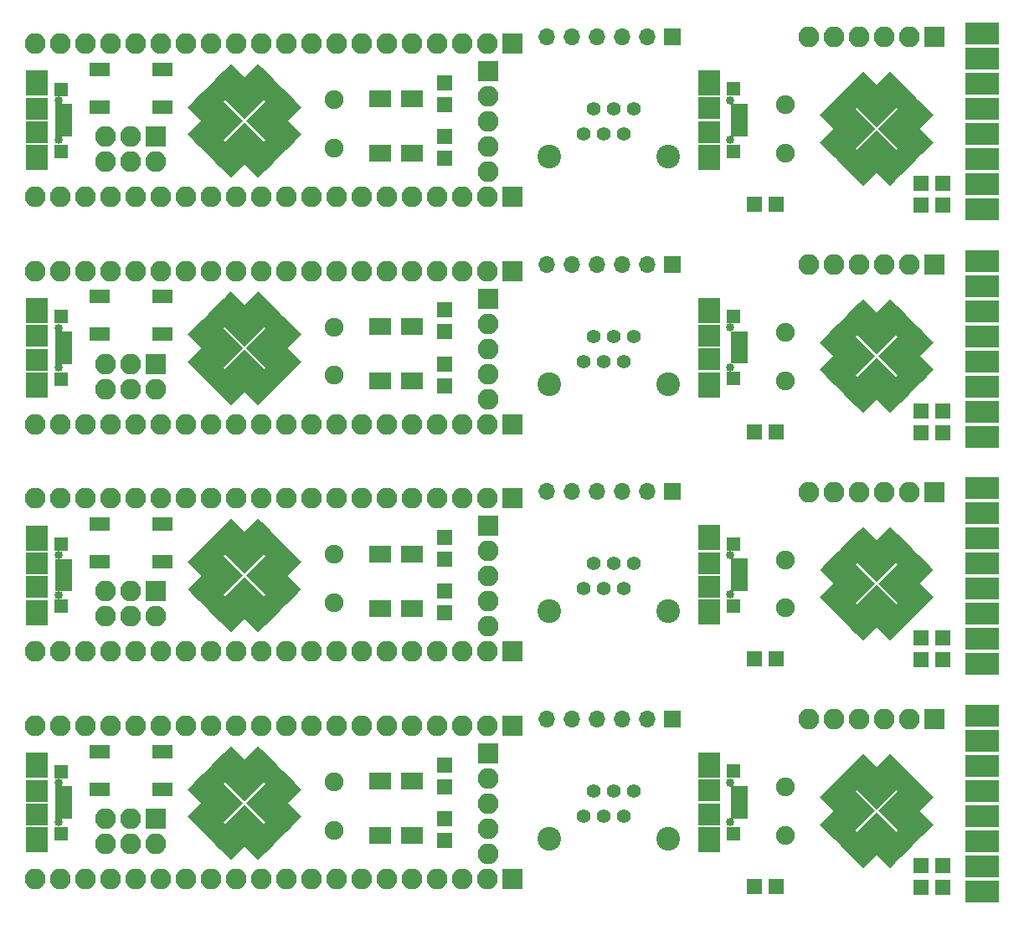
<source format=gts>
%MOIN*%
%OFA0B0*%
%FSLAX46Y46*%
%IPPOS*%
%LPD*%
%ADD10C,0.0039370078740157488*%
%ADD11R,0.082677165354330714X0.082677165354330714*%
%ADD12O,0.082677165354330714X0.082677165354330714*%
%ADD13C,0.074803149606299218*%
%ADD14R,0.062992125984251982X0.062992125984251982*%
%ADD15R,0.0905511811023622X0.10433070866141733*%
%ADD16R,0.055118110236220472X0.055118110236220472*%
%ADD17C,0.033464566929133861*%
%ADD18R,0.068897637795275593X0.031496062992125991*%
%ADD19R,0.0905511811023622X0.0905511811023622*%
%ADD30C,0.0039370078740157488*%
%ADD31R,0.082677165354330714X0.082677165354330714*%
%ADD32O,0.082677165354330714X0.082677165354330714*%
%ADD33C,0.074803149606299218*%
%ADD34R,0.062992125984251982X0.062992125984251982*%
%ADD35R,0.0905511811023622X0.10433070866141733*%
%ADD36R,0.055118110236220472X0.055118110236220472*%
%ADD37C,0.033464566929133861*%
%ADD38R,0.068897637795275593X0.031496062992125991*%
%ADD39R,0.0905511811023622X0.0905511811023622*%
%ADD40C,0.0039370078740157488*%
%ADD41R,0.082677165354330714X0.082677165354330714*%
%ADD42O,0.082677165354330714X0.082677165354330714*%
%ADD43C,0.074803149606299218*%
%ADD44R,0.062992125984251982X0.062992125984251982*%
%ADD45R,0.0905511811023622X0.10433070866141733*%
%ADD46R,0.055118110236220472X0.055118110236220472*%
%ADD47C,0.033464566929133861*%
%ADD48R,0.068897637795275593X0.031496062992125991*%
%ADD49R,0.0905511811023622X0.0905511811023622*%
%ADD50C,0.0039370078740157488*%
%ADD51R,0.082677165354330714X0.082677165354330714*%
%ADD52O,0.082677165354330714X0.082677165354330714*%
%ADD53C,0.074803149606299218*%
%ADD54R,0.062992125984251982X0.062992125984251982*%
%ADD55R,0.0905511811023622X0.10433070866141733*%
%ADD56R,0.055118110236220472X0.055118110236220472*%
%ADD57C,0.033464566929133861*%
%ADD58R,0.068897637795275593X0.031496062992125991*%
%ADD59R,0.0905511811023622X0.0905511811023622*%
%ADD60C,0.0039370078740157488*%
%ADD61R,0.0905511811023622X0.10433070866141733*%
%ADD62R,0.055118110236220472X0.055118110236220472*%
%ADD63C,0.033464566929133861*%
%ADD64R,0.068897637795275593X0.031496062992125991*%
%ADD65R,0.0905511811023622X0.0905511811023622*%
%ADD66R,0.082677165354330714X0.082677165354330714*%
%ADD67O,0.082677165354330714X0.082677165354330714*%
%ADD68R,0.0905511811023622X0.066929133858267723*%
%ADD69C,0.074803149606299218*%
%ADD70R,0.082677165354330714X0.055118110236220472*%
%ADD71R,0.062992125984251982X0.062992125984251982*%
%ADD72C,0.0039370078740157488*%
%ADD73R,0.0905511811023622X0.10433070866141733*%
%ADD74R,0.055118110236220472X0.055118110236220472*%
%ADD75C,0.033464566929133861*%
%ADD76R,0.068897637795275593X0.031496062992125991*%
%ADD77R,0.0905511811023622X0.0905511811023622*%
%ADD78R,0.082677165354330714X0.082677165354330714*%
%ADD79O,0.082677165354330714X0.082677165354330714*%
%ADD80R,0.0905511811023622X0.066929133858267723*%
%ADD81C,0.074803149606299218*%
%ADD82R,0.082677165354330714X0.055118110236220472*%
%ADD83R,0.062992125984251982X0.062992125984251982*%
%ADD84C,0.0039370078740157488*%
%ADD85R,0.0905511811023622X0.10433070866141733*%
%ADD86R,0.055118110236220472X0.055118110236220472*%
%ADD87C,0.033464566929133861*%
%ADD88R,0.068897637795275593X0.031496062992125991*%
%ADD89R,0.0905511811023622X0.0905511811023622*%
%ADD90R,0.082677165354330714X0.082677165354330714*%
%ADD91O,0.082677165354330714X0.082677165354330714*%
%ADD92R,0.0905511811023622X0.066929133858267723*%
%ADD93C,0.074803149606299218*%
%ADD94R,0.082677165354330714X0.055118110236220472*%
%ADD95R,0.062992125984251982X0.062992125984251982*%
%ADD96C,0.0039370078740157488*%
%ADD97R,0.0905511811023622X0.10433070866141733*%
%ADD98R,0.055118110236220472X0.055118110236220472*%
%ADD99C,0.033464566929133861*%
%ADD100R,0.068897637795275593X0.031496062992125991*%
%ADD101R,0.0905511811023622X0.0905511811023622*%
%ADD102R,0.082677165354330714X0.082677165354330714*%
%ADD103O,0.082677165354330714X0.082677165354330714*%
%ADD104R,0.0905511811023622X0.066929133858267723*%
%ADD105C,0.074803149606299218*%
%ADD106R,0.082677165354330714X0.055118110236220472*%
%ADD107R,0.062992125984251982X0.062992125984251982*%
%ADD108C,0.0039370078740157488*%
%ADD109C,0.094488188976377951*%
%ADD110C,0.055118110236220472*%
%ADD111R,0.066929133858267723X0.066929133858267723*%
%ADD112O,0.066929133858267723X0.066929133858267723*%
%ADD113C,0.0039370078740157488*%
%ADD114C,0.094488188976377951*%
%ADD115C,0.055118110236220472*%
%ADD116R,0.066929133858267723X0.066929133858267723*%
%ADD117O,0.066929133858267723X0.066929133858267723*%
%ADD118C,0.0039370078740157488*%
%ADD119C,0.094488188976377951*%
%ADD120C,0.055118110236220472*%
%ADD121R,0.066929133858267723X0.066929133858267723*%
%ADD122O,0.066929133858267723X0.066929133858267723*%
%ADD123C,0.0039370078740157488*%
%ADD124C,0.094488188976377951*%
%ADD125C,0.055118110236220472*%
%ADD126R,0.066929133858267723X0.066929133858267723*%
%ADD127O,0.066929133858267723X0.066929133858267723*%
G01G01*
D10*
G36*
X0003779527Y0000757086D02*
X0003779527Y0000843700D01*
X0003913385Y0000843700D01*
X0003913385Y0000757086D01*
X0003779527Y0000757086D01*
X0003779527Y0000757086D01*
G37*
G36*
X0003779527Y0000657086D02*
X0003779527Y0000743700D01*
X0003913385Y0000743700D01*
X0003913385Y0000657086D01*
X0003779527Y0000657086D01*
X0003779527Y0000657086D01*
G37*
G36*
X0003779527Y0000557086D02*
X0003779527Y0000643700D01*
X0003913385Y0000643700D01*
X0003913385Y0000557086D01*
X0003779527Y0000557086D01*
X0003779527Y0000557086D01*
G37*
G36*
X0003779527Y0000457086D02*
X0003779527Y0000543700D01*
X0003913385Y0000543700D01*
X0003913385Y0000457086D01*
X0003779527Y0000457086D01*
X0003779527Y0000457086D01*
G37*
G36*
X0003779527Y0000357086D02*
X0003779527Y0000443700D01*
X0003913385Y0000443700D01*
X0003913385Y0000357086D01*
X0003779527Y0000357086D01*
X0003779527Y0000357086D01*
G37*
G36*
X0003779527Y0000257086D02*
X0003779527Y0000343700D01*
X0003913385Y0000343700D01*
X0003913385Y0000257086D01*
X0003779527Y0000257086D01*
X0003779527Y0000257086D01*
G37*
G36*
X0003779527Y0000157086D02*
X0003779527Y0000243700D01*
X0003913385Y0000243700D01*
X0003913385Y0000157086D01*
X0003779527Y0000157086D01*
X0003779527Y0000157086D01*
G37*
G36*
X0003779527Y0000057086D02*
X0003779527Y0000143700D01*
X0003913385Y0000143700D01*
X0003913385Y0000057086D01*
X0003779527Y0000057086D01*
X0003779527Y0000057086D01*
G37*
D11*
X0003654937Y0000786314D03*
D12*
X0003554937Y0000786314D03*
X0003454937Y0000786314D03*
X0003354937Y0000786314D03*
X0003254937Y0000786314D03*
X0003154937Y0000786314D03*
D13*
X0003062937Y0000324314D03*
X0003062937Y0000516440D03*
D14*
X0003027244Y0000121314D03*
X0002940629Y0000121314D03*
X0003688224Y0000117868D03*
X0003688224Y0000204482D03*
X0003603291Y0000117047D03*
X0003603291Y0000203661D03*
D10*
G36*
X0003258801Y0000416963D02*
X0003198947Y0000476816D01*
X0003218435Y0000496304D01*
X0003278288Y0000436450D01*
X0003258801Y0000416963D01*
X0003258801Y0000416963D01*
G37*
G36*
X0003272720Y0000430882D02*
X0003212867Y0000490736D01*
X0003232354Y0000510223D01*
X0003292207Y0000450370D01*
X0003272720Y0000430882D01*
X0003272720Y0000430882D01*
G37*
G36*
X0003286640Y0000444802D02*
X0003226786Y0000504655D01*
X0003246273Y0000524143D01*
X0003306127Y0000464289D01*
X0003286640Y0000444802D01*
X0003286640Y0000444802D01*
G37*
G36*
X0003300559Y0000458721D02*
X0003240706Y0000518575D01*
X0003260193Y0000538062D01*
X0003320046Y0000478208D01*
X0003300559Y0000458721D01*
X0003300559Y0000458721D01*
G37*
G36*
X0003314478Y0000472641D02*
X0003254625Y0000532494D01*
X0003274112Y0000551981D01*
X0003333966Y0000492128D01*
X0003314478Y0000472641D01*
X0003314478Y0000472641D01*
G37*
G36*
X0003288032Y0000565901D02*
X0003347885Y0000506047D01*
X0003328398Y0000486560D01*
X0003268544Y0000546414D01*
X0003288032Y0000565901D01*
X0003288032Y0000565901D01*
G37*
G36*
X0003342317Y0000500480D02*
X0003282464Y0000560333D01*
X0003301951Y0000579820D01*
X0003361805Y0000519967D01*
X0003342317Y0000500480D01*
X0003342317Y0000500480D01*
G37*
G36*
X0003356237Y0000514399D02*
X0003296383Y0000574252D01*
X0003315870Y0000593740D01*
X0003375724Y0000533886D01*
X0003356237Y0000514399D01*
X0003356237Y0000514399D01*
G37*
G36*
X0003370156Y0000528318D02*
X0003310303Y0000588172D01*
X0003329790Y0000607659D01*
X0003389643Y0000547806D01*
X0003370156Y0000528318D01*
X0003370156Y0000528318D01*
G37*
G36*
X0003384076Y0000542238D02*
X0003324222Y0000602091D01*
X0003343709Y0000621578D01*
X0003403563Y0000561725D01*
X0003384076Y0000542238D01*
X0003384076Y0000542238D01*
G37*
G36*
X0003397995Y0000556157D02*
X0003338142Y0000616011D01*
X0003357629Y0000635498D01*
X0003417482Y0000575644D01*
X0003397995Y0000556157D01*
X0003397995Y0000556157D01*
G37*
G36*
X0003411914Y0000570077D02*
X0003352061Y0000629930D01*
X0003371548Y0000649417D01*
X0003431402Y0000589564D01*
X0003411914Y0000570077D01*
X0003411914Y0000570077D01*
G37*
G36*
X0003361805Y0000325095D02*
X0003301951Y0000265241D01*
X0003282464Y0000284728D01*
X0003342317Y0000344582D01*
X0003361805Y0000325095D01*
X0003361805Y0000325095D01*
G37*
G36*
X0003347885Y0000339014D02*
X0003288032Y0000279161D01*
X0003268544Y0000298648D01*
X0003328398Y0000358501D01*
X0003347885Y0000339014D01*
X0003347885Y0000339014D01*
G37*
G36*
X0003333966Y0000352934D02*
X0003274112Y0000293080D01*
X0003254625Y0000312567D01*
X0003314478Y0000372421D01*
X0003333966Y0000352934D01*
X0003333966Y0000352934D01*
G37*
G36*
X0003320046Y0000366853D02*
X0003260193Y0000307000D01*
X0003240706Y0000326487D01*
X0003300559Y0000386340D01*
X0003320046Y0000366853D01*
X0003320046Y0000366853D01*
G37*
G36*
X0003306127Y0000380772D02*
X0003246273Y0000320919D01*
X0003226786Y0000340406D01*
X0003286640Y0000400260D01*
X0003306127Y0000380772D01*
X0003306127Y0000380772D01*
G37*
G36*
X0003292207Y0000394692D02*
X0003232354Y0000334838D01*
X0003212867Y0000354326D01*
X0003272720Y0000414179D01*
X0003292207Y0000394692D01*
X0003292207Y0000394692D01*
G37*
G36*
X0003375724Y0000311175D02*
X0003315870Y0000251322D01*
X0003296383Y0000270809D01*
X0003356237Y0000330662D01*
X0003375724Y0000311175D01*
X0003375724Y0000311175D01*
G37*
G36*
X0003278288Y0000408611D02*
X0003218435Y0000348758D01*
X0003198947Y0000368245D01*
X0003258801Y0000428098D01*
X0003278288Y0000408611D01*
X0003278288Y0000408611D01*
G37*
G36*
X0003389643Y0000297256D02*
X0003329790Y0000237402D01*
X0003310303Y0000256890D01*
X0003370156Y0000316743D01*
X0003389643Y0000297256D01*
X0003389643Y0000297256D01*
G37*
G36*
X0003403563Y0000283336D02*
X0003343709Y0000223483D01*
X0003324222Y0000242970D01*
X0003384076Y0000302824D01*
X0003403563Y0000283336D01*
X0003403563Y0000283336D01*
G37*
G36*
X0003417482Y0000269417D02*
X0003357629Y0000209563D01*
X0003338142Y0000229051D01*
X0003397995Y0000288904D01*
X0003417482Y0000269417D01*
X0003417482Y0000269417D01*
G37*
G36*
X0003431402Y0000255498D02*
X0003371548Y0000195644D01*
X0003352061Y0000215131D01*
X0003411914Y0000274985D01*
X0003431402Y0000255498D01*
X0003431402Y0000255498D01*
G37*
G36*
X0003563636Y0000279161D02*
X0003503783Y0000339014D01*
X0003523270Y0000358501D01*
X0003583123Y0000298648D01*
X0003563636Y0000279161D01*
X0003563636Y0000279161D01*
G37*
G36*
X0003549717Y0000265241D02*
X0003489863Y0000325095D01*
X0003509350Y0000344582D01*
X0003569204Y0000284728D01*
X0003549717Y0000265241D01*
X0003549717Y0000265241D01*
G37*
G36*
X0003535797Y0000251322D02*
X0003475944Y0000311175D01*
X0003495431Y0000330662D01*
X0003555285Y0000270809D01*
X0003535797Y0000251322D01*
X0003535797Y0000251322D01*
G37*
G36*
X0003521878Y0000237402D02*
X0003462024Y0000297256D01*
X0003481512Y0000316743D01*
X0003541365Y0000256890D01*
X0003521878Y0000237402D01*
X0003521878Y0000237402D01*
G37*
G36*
X0003507959Y0000223483D02*
X0003448105Y0000283336D01*
X0003467592Y0000302824D01*
X0003527446Y0000242970D01*
X0003507959Y0000223483D01*
X0003507959Y0000223483D01*
G37*
G36*
X0003494039Y0000209563D02*
X0003434186Y0000269417D01*
X0003453673Y0000288904D01*
X0003513526Y0000229051D01*
X0003494039Y0000209563D01*
X0003494039Y0000209563D01*
G37*
G36*
X0003480120Y0000195644D02*
X0003420266Y0000255498D01*
X0003439753Y0000274985D01*
X0003499607Y0000215131D01*
X0003480120Y0000195644D01*
X0003480120Y0000195644D01*
G37*
G36*
X0003577556Y0000293080D02*
X0003517702Y0000352934D01*
X0003537189Y0000372421D01*
X0003597043Y0000312567D01*
X0003577556Y0000293080D01*
X0003577556Y0000293080D01*
G37*
G36*
X0003591475Y0000307000D02*
X0003531622Y0000366853D01*
X0003551109Y0000386340D01*
X0003610962Y0000326487D01*
X0003591475Y0000307000D01*
X0003591475Y0000307000D01*
G37*
G36*
X0003605394Y0000320919D02*
X0003545541Y0000380772D01*
X0003565028Y0000400260D01*
X0003624882Y0000340406D01*
X0003605394Y0000320919D01*
X0003605394Y0000320919D01*
G37*
G36*
X0003619314Y0000334838D02*
X0003559460Y0000394692D01*
X0003578948Y0000414179D01*
X0003638801Y0000354326D01*
X0003619314Y0000334838D01*
X0003619314Y0000334838D01*
G37*
G36*
X0003633233Y0000348758D02*
X0003573380Y0000408611D01*
X0003592867Y0000428098D01*
X0003652721Y0000368245D01*
X0003633233Y0000348758D01*
X0003633233Y0000348758D01*
G37*
G36*
X0003569204Y0000560333D02*
X0003509350Y0000500480D01*
X0003489863Y0000519967D01*
X0003549717Y0000579820D01*
X0003569204Y0000560333D01*
X0003569204Y0000560333D01*
G37*
G36*
X0003583123Y0000546414D02*
X0003523270Y0000486560D01*
X0003503783Y0000506047D01*
X0003563636Y0000565901D01*
X0003583123Y0000546414D01*
X0003583123Y0000546414D01*
G37*
G36*
X0003555285Y0000574252D02*
X0003495431Y0000514399D01*
X0003475944Y0000533886D01*
X0003535797Y0000593740D01*
X0003555285Y0000574252D01*
X0003555285Y0000574252D01*
G37*
G36*
X0003541365Y0000588172D02*
X0003481512Y0000528318D01*
X0003462024Y0000547806D01*
X0003521878Y0000607659D01*
X0003541365Y0000588172D01*
X0003541365Y0000588172D01*
G37*
G36*
X0003527446Y0000602091D02*
X0003467592Y0000542238D01*
X0003448105Y0000561725D01*
X0003507959Y0000621578D01*
X0003527446Y0000602091D01*
X0003527446Y0000602091D01*
G37*
G36*
X0003513526Y0000616011D02*
X0003453673Y0000556157D01*
X0003434186Y0000575644D01*
X0003494039Y0000635498D01*
X0003513526Y0000616011D01*
X0003513526Y0000616011D01*
G37*
G36*
X0003499607Y0000629930D02*
X0003439753Y0000570077D01*
X0003420266Y0000589564D01*
X0003480120Y0000649417D01*
X0003499607Y0000629930D01*
X0003499607Y0000629930D01*
G37*
G36*
X0003597043Y0000532494D02*
X0003537189Y0000472641D01*
X0003517702Y0000492128D01*
X0003577556Y0000551981D01*
X0003597043Y0000532494D01*
X0003597043Y0000532494D01*
G37*
G36*
X0003610962Y0000518575D02*
X0003551109Y0000458721D01*
X0003531622Y0000478208D01*
X0003591475Y0000538062D01*
X0003610962Y0000518575D01*
X0003610962Y0000518575D01*
G37*
G36*
X0003624882Y0000504655D02*
X0003565028Y0000444802D01*
X0003545541Y0000464289D01*
X0003605394Y0000524143D01*
X0003624882Y0000504655D01*
X0003624882Y0000504655D01*
G37*
G36*
X0003638801Y0000490736D02*
X0003578948Y0000430882D01*
X0003559460Y0000450370D01*
X0003619314Y0000510223D01*
X0003638801Y0000490736D01*
X0003638801Y0000490736D01*
G37*
G36*
X0003652721Y0000476816D02*
X0003592867Y0000416963D01*
X0003573380Y0000436450D01*
X0003633233Y0000496304D01*
X0003652721Y0000476816D01*
X0003652721Y0000476816D01*
G37*
G36*
X0003339533Y0000341798D02*
X0003258801Y0000422531D01*
X0003339533Y0000503263D01*
X0003420266Y0000422531D01*
X0003339533Y0000341798D01*
X0003339533Y0000341798D01*
G37*
G36*
X0003512134Y0000341798D02*
X0003431402Y0000422531D01*
X0003512134Y0000503263D01*
X0003592867Y0000422531D01*
X0003512134Y0000341798D01*
X0003512134Y0000341798D01*
G37*
G36*
X0003425834Y0000428098D02*
X0003345101Y0000508831D01*
X0003425834Y0000589564D01*
X0003506567Y0000508831D01*
X0003425834Y0000428098D01*
X0003425834Y0000428098D01*
G37*
G36*
X0003425834Y0000255498D02*
X0003345101Y0000336230D01*
X0003425834Y0000416963D01*
X0003506567Y0000336230D01*
X0003425834Y0000255498D01*
X0003425834Y0000255498D01*
G37*
D15*
X0002758267Y0000604724D03*
X0002758267Y0000307480D03*
D16*
X0002854724Y0000580118D03*
X0002854724Y0000332086D03*
D17*
X0002842913Y0000534842D03*
X0002842913Y0000377362D03*
D18*
X0002880314Y0000507283D03*
X0002880314Y0000481692D03*
X0002880314Y0000456102D03*
X0002880314Y0000430511D03*
X0002880314Y0000404921D03*
D19*
X0002758267Y0000408858D03*
X0002758267Y0000503346D03*
G04 next file*
G04 Gerber Fmt 4.6, Leading zero omitted, Abs format (unit mm)*
G04 Created by KiCad (PCBNEW 4.0.7) date 11/22/17 20:23:05*
G01G01*
G04 APERTURE LIST*
G04 APERTURE END LIST*
D30*
G36*
X0003779527Y0001662598D02*
X0003779527Y0001749212D01*
X0003913385Y0001749212D01*
X0003913385Y0001662598D01*
X0003779527Y0001662598D01*
X0003779527Y0001662598D01*
G37*
G36*
X0003779527Y0001562598D02*
X0003779527Y0001649212D01*
X0003913385Y0001649212D01*
X0003913385Y0001562598D01*
X0003779527Y0001562598D01*
X0003779527Y0001562598D01*
G37*
G36*
X0003779527Y0001462598D02*
X0003779527Y0001549212D01*
X0003913385Y0001549212D01*
X0003913385Y0001462598D01*
X0003779527Y0001462598D01*
X0003779527Y0001462598D01*
G37*
G36*
X0003779527Y0001362598D02*
X0003779527Y0001449212D01*
X0003913385Y0001449212D01*
X0003913385Y0001362598D01*
X0003779527Y0001362598D01*
X0003779527Y0001362598D01*
G37*
G36*
X0003779527Y0001262598D02*
X0003779527Y0001349212D01*
X0003913385Y0001349212D01*
X0003913385Y0001262598D01*
X0003779527Y0001262598D01*
X0003779527Y0001262598D01*
G37*
G36*
X0003779527Y0001162598D02*
X0003779527Y0001249212D01*
X0003913385Y0001249212D01*
X0003913385Y0001162598D01*
X0003779527Y0001162598D01*
X0003779527Y0001162598D01*
G37*
G36*
X0003779527Y0001062598D02*
X0003779527Y0001149212D01*
X0003913385Y0001149212D01*
X0003913385Y0001062598D01*
X0003779527Y0001062598D01*
X0003779527Y0001062598D01*
G37*
G36*
X0003779527Y0000962598D02*
X0003779527Y0001049212D01*
X0003913385Y0001049212D01*
X0003913385Y0000962598D01*
X0003779527Y0000962598D01*
X0003779527Y0000962598D01*
G37*
D31*
X0003654937Y0001691826D03*
D32*
X0003554937Y0001691826D03*
X0003454937Y0001691826D03*
X0003354937Y0001691826D03*
X0003254937Y0001691826D03*
X0003154937Y0001691826D03*
D33*
X0003062937Y0001229826D03*
X0003062937Y0001421952D03*
D34*
X0003027244Y0001026826D03*
X0002940629Y0001026826D03*
X0003688224Y0001023379D03*
X0003688224Y0001109994D03*
X0003603291Y0001022559D03*
X0003603291Y0001109173D03*
D30*
G36*
X0003258801Y0001322475D02*
X0003198947Y0001382328D01*
X0003218435Y0001401815D01*
X0003278288Y0001341962D01*
X0003258801Y0001322475D01*
X0003258801Y0001322475D01*
G37*
G36*
X0003272720Y0001336394D02*
X0003212867Y0001396248D01*
X0003232354Y0001415735D01*
X0003292207Y0001355881D01*
X0003272720Y0001336394D01*
X0003272720Y0001336394D01*
G37*
G36*
X0003286640Y0001350314D02*
X0003226786Y0001410167D01*
X0003246273Y0001429654D01*
X0003306127Y0001369801D01*
X0003286640Y0001350314D01*
X0003286640Y0001350314D01*
G37*
G36*
X0003300559Y0001364233D02*
X0003240706Y0001424087D01*
X0003260193Y0001443574D01*
X0003320046Y0001383720D01*
X0003300559Y0001364233D01*
X0003300559Y0001364233D01*
G37*
G36*
X0003314478Y0001378152D02*
X0003254625Y0001438006D01*
X0003274112Y0001457493D01*
X0003333966Y0001397640D01*
X0003314478Y0001378152D01*
X0003314478Y0001378152D01*
G37*
G36*
X0003288032Y0001471413D02*
X0003347885Y0001411559D01*
X0003328398Y0001392072D01*
X0003268544Y0001451925D01*
X0003288032Y0001471413D01*
X0003288032Y0001471413D01*
G37*
G36*
X0003342317Y0001405991D02*
X0003282464Y0001465845D01*
X0003301951Y0001485332D01*
X0003361805Y0001425479D01*
X0003342317Y0001405991D01*
X0003342317Y0001405991D01*
G37*
G36*
X0003356237Y0001419911D02*
X0003296383Y0001479764D01*
X0003315870Y0001499251D01*
X0003375724Y0001439398D01*
X0003356237Y0001419911D01*
X0003356237Y0001419911D01*
G37*
G36*
X0003370156Y0001433830D02*
X0003310303Y0001493684D01*
X0003329790Y0001513171D01*
X0003389643Y0001453317D01*
X0003370156Y0001433830D01*
X0003370156Y0001433830D01*
G37*
G36*
X0003384076Y0001447750D02*
X0003324222Y0001507603D01*
X0003343709Y0001527090D01*
X0003403563Y0001467237D01*
X0003384076Y0001447750D01*
X0003384076Y0001447750D01*
G37*
G36*
X0003397995Y0001461669D02*
X0003338142Y0001521523D01*
X0003357629Y0001541010D01*
X0003417482Y0001481156D01*
X0003397995Y0001461669D01*
X0003397995Y0001461669D01*
G37*
G36*
X0003411914Y0001475588D02*
X0003352061Y0001535442D01*
X0003371548Y0001554929D01*
X0003431402Y0001495076D01*
X0003411914Y0001475588D01*
X0003411914Y0001475588D01*
G37*
G36*
X0003361805Y0001230607D02*
X0003301951Y0001170753D01*
X0003282464Y0001190240D01*
X0003342317Y0001250094D01*
X0003361805Y0001230607D01*
X0003361805Y0001230607D01*
G37*
G36*
X0003347885Y0001244526D02*
X0003288032Y0001184672D01*
X0003268544Y0001204160D01*
X0003328398Y0001264013D01*
X0003347885Y0001244526D01*
X0003347885Y0001244526D01*
G37*
G36*
X0003333966Y0001258445D02*
X0003274112Y0001198592D01*
X0003254625Y0001218079D01*
X0003314478Y0001277933D01*
X0003333966Y0001258445D01*
X0003333966Y0001258445D01*
G37*
G36*
X0003320046Y0001272365D02*
X0003260193Y0001212511D01*
X0003240706Y0001231999D01*
X0003300559Y0001291852D01*
X0003320046Y0001272365D01*
X0003320046Y0001272365D01*
G37*
G36*
X0003306127Y0001286284D02*
X0003246273Y0001226431D01*
X0003226786Y0001245918D01*
X0003286640Y0001305771D01*
X0003306127Y0001286284D01*
X0003306127Y0001286284D01*
G37*
G36*
X0003292207Y0001300204D02*
X0003232354Y0001240350D01*
X0003212867Y0001259837D01*
X0003272720Y0001319691D01*
X0003292207Y0001300204D01*
X0003292207Y0001300204D01*
G37*
G36*
X0003375724Y0001216687D02*
X0003315870Y0001156834D01*
X0003296383Y0001176321D01*
X0003356237Y0001236174D01*
X0003375724Y0001216687D01*
X0003375724Y0001216687D01*
G37*
G36*
X0003278288Y0001314123D02*
X0003218435Y0001254270D01*
X0003198947Y0001273757D01*
X0003258801Y0001333610D01*
X0003278288Y0001314123D01*
X0003278288Y0001314123D01*
G37*
G36*
X0003389643Y0001202768D02*
X0003329790Y0001142914D01*
X0003310303Y0001162401D01*
X0003370156Y0001222255D01*
X0003389643Y0001202768D01*
X0003389643Y0001202768D01*
G37*
G36*
X0003403563Y0001188848D02*
X0003343709Y0001128995D01*
X0003324222Y0001148482D01*
X0003384076Y0001208335D01*
X0003403563Y0001188848D01*
X0003403563Y0001188848D01*
G37*
G36*
X0003417482Y0001174929D02*
X0003357629Y0001115075D01*
X0003338142Y0001134563D01*
X0003397995Y0001194416D01*
X0003417482Y0001174929D01*
X0003417482Y0001174929D01*
G37*
G36*
X0003431402Y0001161009D02*
X0003371548Y0001101156D01*
X0003352061Y0001120643D01*
X0003411914Y0001180497D01*
X0003431402Y0001161009D01*
X0003431402Y0001161009D01*
G37*
G36*
X0003563636Y0001184672D02*
X0003503783Y0001244526D01*
X0003523270Y0001264013D01*
X0003583123Y0001204160D01*
X0003563636Y0001184672D01*
X0003563636Y0001184672D01*
G37*
G36*
X0003549717Y0001170753D02*
X0003489863Y0001230607D01*
X0003509350Y0001250094D01*
X0003569204Y0001190240D01*
X0003549717Y0001170753D01*
X0003549717Y0001170753D01*
G37*
G36*
X0003535797Y0001156834D02*
X0003475944Y0001216687D01*
X0003495431Y0001236174D01*
X0003555285Y0001176321D01*
X0003535797Y0001156834D01*
X0003535797Y0001156834D01*
G37*
G36*
X0003521878Y0001142914D02*
X0003462024Y0001202768D01*
X0003481512Y0001222255D01*
X0003541365Y0001162401D01*
X0003521878Y0001142914D01*
X0003521878Y0001142914D01*
G37*
G36*
X0003507959Y0001128995D02*
X0003448105Y0001188848D01*
X0003467592Y0001208335D01*
X0003527446Y0001148482D01*
X0003507959Y0001128995D01*
X0003507959Y0001128995D01*
G37*
G36*
X0003494039Y0001115075D02*
X0003434186Y0001174929D01*
X0003453673Y0001194416D01*
X0003513526Y0001134563D01*
X0003494039Y0001115075D01*
X0003494039Y0001115075D01*
G37*
G36*
X0003480120Y0001101156D02*
X0003420266Y0001161009D01*
X0003439753Y0001180497D01*
X0003499607Y0001120643D01*
X0003480120Y0001101156D01*
X0003480120Y0001101156D01*
G37*
G36*
X0003577556Y0001198592D02*
X0003517702Y0001258445D01*
X0003537189Y0001277933D01*
X0003597043Y0001218079D01*
X0003577556Y0001198592D01*
X0003577556Y0001198592D01*
G37*
G36*
X0003591475Y0001212511D02*
X0003531622Y0001272365D01*
X0003551109Y0001291852D01*
X0003610962Y0001231999D01*
X0003591475Y0001212511D01*
X0003591475Y0001212511D01*
G37*
G36*
X0003605394Y0001226431D02*
X0003545541Y0001286284D01*
X0003565028Y0001305771D01*
X0003624882Y0001245918D01*
X0003605394Y0001226431D01*
X0003605394Y0001226431D01*
G37*
G36*
X0003619314Y0001240350D02*
X0003559460Y0001300204D01*
X0003578948Y0001319691D01*
X0003638801Y0001259837D01*
X0003619314Y0001240350D01*
X0003619314Y0001240350D01*
G37*
G36*
X0003633233Y0001254270D02*
X0003573380Y0001314123D01*
X0003592867Y0001333610D01*
X0003652721Y0001273757D01*
X0003633233Y0001254270D01*
X0003633233Y0001254270D01*
G37*
G36*
X0003569204Y0001465845D02*
X0003509350Y0001405991D01*
X0003489863Y0001425479D01*
X0003549717Y0001485332D01*
X0003569204Y0001465845D01*
X0003569204Y0001465845D01*
G37*
G36*
X0003583123Y0001451925D02*
X0003523270Y0001392072D01*
X0003503783Y0001411559D01*
X0003563636Y0001471413D01*
X0003583123Y0001451925D01*
X0003583123Y0001451925D01*
G37*
G36*
X0003555285Y0001479764D02*
X0003495431Y0001419911D01*
X0003475944Y0001439398D01*
X0003535797Y0001499251D01*
X0003555285Y0001479764D01*
X0003555285Y0001479764D01*
G37*
G36*
X0003541365Y0001493684D02*
X0003481512Y0001433830D01*
X0003462024Y0001453317D01*
X0003521878Y0001513171D01*
X0003541365Y0001493684D01*
X0003541365Y0001493684D01*
G37*
G36*
X0003527446Y0001507603D02*
X0003467592Y0001447750D01*
X0003448105Y0001467237D01*
X0003507959Y0001527090D01*
X0003527446Y0001507603D01*
X0003527446Y0001507603D01*
G37*
G36*
X0003513526Y0001521523D02*
X0003453673Y0001461669D01*
X0003434186Y0001481156D01*
X0003494039Y0001541010D01*
X0003513526Y0001521523D01*
X0003513526Y0001521523D01*
G37*
G36*
X0003499607Y0001535442D02*
X0003439753Y0001475588D01*
X0003420266Y0001495076D01*
X0003480120Y0001554929D01*
X0003499607Y0001535442D01*
X0003499607Y0001535442D01*
G37*
G36*
X0003597043Y0001438006D02*
X0003537189Y0001378152D01*
X0003517702Y0001397640D01*
X0003577556Y0001457493D01*
X0003597043Y0001438006D01*
X0003597043Y0001438006D01*
G37*
G36*
X0003610962Y0001424087D02*
X0003551109Y0001364233D01*
X0003531622Y0001383720D01*
X0003591475Y0001443574D01*
X0003610962Y0001424087D01*
X0003610962Y0001424087D01*
G37*
G36*
X0003624882Y0001410167D02*
X0003565028Y0001350314D01*
X0003545541Y0001369801D01*
X0003605394Y0001429654D01*
X0003624882Y0001410167D01*
X0003624882Y0001410167D01*
G37*
G36*
X0003638801Y0001396248D02*
X0003578948Y0001336394D01*
X0003559460Y0001355881D01*
X0003619314Y0001415735D01*
X0003638801Y0001396248D01*
X0003638801Y0001396248D01*
G37*
G36*
X0003652721Y0001382328D02*
X0003592867Y0001322475D01*
X0003573380Y0001341962D01*
X0003633233Y0001401815D01*
X0003652721Y0001382328D01*
X0003652721Y0001382328D01*
G37*
G36*
X0003339533Y0001247310D02*
X0003258801Y0001328043D01*
X0003339533Y0001408775D01*
X0003420266Y0001328043D01*
X0003339533Y0001247310D01*
X0003339533Y0001247310D01*
G37*
G36*
X0003512134Y0001247310D02*
X0003431402Y0001328043D01*
X0003512134Y0001408775D01*
X0003592867Y0001328043D01*
X0003512134Y0001247310D01*
X0003512134Y0001247310D01*
G37*
G36*
X0003425834Y0001333610D02*
X0003345101Y0001414343D01*
X0003425834Y0001495076D01*
X0003506567Y0001414343D01*
X0003425834Y0001333610D01*
X0003425834Y0001333610D01*
G37*
G36*
X0003425834Y0001161009D02*
X0003345101Y0001241742D01*
X0003425834Y0001322475D01*
X0003506567Y0001241742D01*
X0003425834Y0001161009D01*
X0003425834Y0001161009D01*
G37*
D35*
X0002758267Y0001510236D03*
X0002758267Y0001212992D03*
D36*
X0002854724Y0001485629D03*
X0002854724Y0001237598D03*
D37*
X0002842913Y0001440354D03*
X0002842913Y0001282874D03*
D38*
X0002880314Y0001412795D03*
X0002880314Y0001387204D03*
X0002880314Y0001361614D03*
X0002880314Y0001336023D03*
X0002880314Y0001310433D03*
D39*
X0002758267Y0001314370D03*
X0002758267Y0001408858D03*
G04 next file*
G04 Gerber Fmt 4.6, Leading zero omitted, Abs format (unit mm)*
G04 Created by KiCad (PCBNEW 4.0.7) date 11/22/17 20:23:05*
G01G01*
G04 APERTURE LIST*
G04 APERTURE END LIST*
D40*
G36*
X0003779527Y0002568110D02*
X0003779527Y0002654724D01*
X0003913385Y0002654724D01*
X0003913385Y0002568110D01*
X0003779527Y0002568110D01*
X0003779527Y0002568110D01*
G37*
G36*
X0003779527Y0002468110D02*
X0003779527Y0002554724D01*
X0003913385Y0002554724D01*
X0003913385Y0002468110D01*
X0003779527Y0002468110D01*
X0003779527Y0002468110D01*
G37*
G36*
X0003779527Y0002368110D02*
X0003779527Y0002454724D01*
X0003913385Y0002454724D01*
X0003913385Y0002368110D01*
X0003779527Y0002368110D01*
X0003779527Y0002368110D01*
G37*
G36*
X0003779527Y0002268110D02*
X0003779527Y0002354724D01*
X0003913385Y0002354724D01*
X0003913385Y0002268110D01*
X0003779527Y0002268110D01*
X0003779527Y0002268110D01*
G37*
G36*
X0003779527Y0002168110D02*
X0003779527Y0002254724D01*
X0003913385Y0002254724D01*
X0003913385Y0002168110D01*
X0003779527Y0002168110D01*
X0003779527Y0002168110D01*
G37*
G36*
X0003779527Y0002068110D02*
X0003779527Y0002154724D01*
X0003913385Y0002154724D01*
X0003913385Y0002068110D01*
X0003779527Y0002068110D01*
X0003779527Y0002068110D01*
G37*
G36*
X0003779527Y0001968110D02*
X0003779527Y0002054724D01*
X0003913385Y0002054724D01*
X0003913385Y0001968110D01*
X0003779527Y0001968110D01*
X0003779527Y0001968110D01*
G37*
G36*
X0003779527Y0001868110D02*
X0003779527Y0001954724D01*
X0003913385Y0001954724D01*
X0003913385Y0001868110D01*
X0003779527Y0001868110D01*
X0003779527Y0001868110D01*
G37*
D41*
X0003654937Y0002597338D03*
D42*
X0003554937Y0002597338D03*
X0003454937Y0002597338D03*
X0003354937Y0002597338D03*
X0003254937Y0002597338D03*
X0003154937Y0002597338D03*
D43*
X0003062937Y0002135338D03*
X0003062937Y0002327464D03*
D44*
X0003027244Y0001932338D03*
X0002940629Y0001932338D03*
X0003688224Y0001928891D03*
X0003688224Y0002015505D03*
X0003603291Y0001928070D03*
X0003603291Y0002014685D03*
D40*
G36*
X0003258801Y0002227987D02*
X0003198947Y0002287840D01*
X0003218435Y0002307327D01*
X0003278288Y0002247474D01*
X0003258801Y0002227987D01*
X0003258801Y0002227987D01*
G37*
G36*
X0003272720Y0002241906D02*
X0003212867Y0002301760D01*
X0003232354Y0002321247D01*
X0003292207Y0002261393D01*
X0003272720Y0002241906D01*
X0003272720Y0002241906D01*
G37*
G36*
X0003286640Y0002255825D02*
X0003226786Y0002315679D01*
X0003246273Y0002335166D01*
X0003306127Y0002275313D01*
X0003286640Y0002255825D01*
X0003286640Y0002255825D01*
G37*
G36*
X0003300559Y0002269745D02*
X0003240706Y0002329598D01*
X0003260193Y0002349086D01*
X0003320046Y0002289232D01*
X0003300559Y0002269745D01*
X0003300559Y0002269745D01*
G37*
G36*
X0003314478Y0002283664D02*
X0003254625Y0002343518D01*
X0003274112Y0002363005D01*
X0003333966Y0002303151D01*
X0003314478Y0002283664D01*
X0003314478Y0002283664D01*
G37*
G36*
X0003288032Y0002376924D02*
X0003347885Y0002317071D01*
X0003328398Y0002297584D01*
X0003268544Y0002357437D01*
X0003288032Y0002376924D01*
X0003288032Y0002376924D01*
G37*
G36*
X0003342317Y0002311503D02*
X0003282464Y0002371357D01*
X0003301951Y0002390844D01*
X0003361805Y0002330990D01*
X0003342317Y0002311503D01*
X0003342317Y0002311503D01*
G37*
G36*
X0003356237Y0002325423D02*
X0003296383Y0002385276D01*
X0003315870Y0002404763D01*
X0003375724Y0002344910D01*
X0003356237Y0002325423D01*
X0003356237Y0002325423D01*
G37*
G36*
X0003370156Y0002339342D02*
X0003310303Y0002399195D01*
X0003329790Y0002418683D01*
X0003389643Y0002358829D01*
X0003370156Y0002339342D01*
X0003370156Y0002339342D01*
G37*
G36*
X0003384076Y0002353261D02*
X0003324222Y0002413115D01*
X0003343709Y0002432602D01*
X0003403563Y0002372749D01*
X0003384076Y0002353261D01*
X0003384076Y0002353261D01*
G37*
G36*
X0003397995Y0002367181D02*
X0003338142Y0002427034D01*
X0003357629Y0002446522D01*
X0003417482Y0002386668D01*
X0003397995Y0002367181D01*
X0003397995Y0002367181D01*
G37*
G36*
X0003411914Y0002381100D02*
X0003352061Y0002440954D01*
X0003371548Y0002460441D01*
X0003431402Y0002400587D01*
X0003411914Y0002381100D01*
X0003411914Y0002381100D01*
G37*
G36*
X0003361805Y0002136118D02*
X0003301951Y0002076265D01*
X0003282464Y0002095752D01*
X0003342317Y0002155606D01*
X0003361805Y0002136118D01*
X0003361805Y0002136118D01*
G37*
G36*
X0003347885Y0002150038D02*
X0003288032Y0002090184D01*
X0003268544Y0002109671D01*
X0003328398Y0002169525D01*
X0003347885Y0002150038D01*
X0003347885Y0002150038D01*
G37*
G36*
X0003333966Y0002163957D02*
X0003274112Y0002104104D01*
X0003254625Y0002123591D01*
X0003314478Y0002183444D01*
X0003333966Y0002163957D01*
X0003333966Y0002163957D01*
G37*
G36*
X0003320046Y0002177877D02*
X0003260193Y0002118023D01*
X0003240706Y0002137510D01*
X0003300559Y0002197364D01*
X0003320046Y0002177877D01*
X0003320046Y0002177877D01*
G37*
G36*
X0003306127Y0002191796D02*
X0003246273Y0002131943D01*
X0003226786Y0002151430D01*
X0003286640Y0002211283D01*
X0003306127Y0002191796D01*
X0003306127Y0002191796D01*
G37*
G36*
X0003292207Y0002205715D02*
X0003232354Y0002145862D01*
X0003212867Y0002165349D01*
X0003272720Y0002225203D01*
X0003292207Y0002205715D01*
X0003292207Y0002205715D01*
G37*
G36*
X0003375724Y0002122199D02*
X0003315870Y0002062345D01*
X0003296383Y0002081833D01*
X0003356237Y0002141686D01*
X0003375724Y0002122199D01*
X0003375724Y0002122199D01*
G37*
G36*
X0003278288Y0002219635D02*
X0003218435Y0002159781D01*
X0003198947Y0002179269D01*
X0003258801Y0002239122D01*
X0003278288Y0002219635D01*
X0003278288Y0002219635D01*
G37*
G36*
X0003389643Y0002108280D02*
X0003329790Y0002048426D01*
X0003310303Y0002067913D01*
X0003370156Y0002127767D01*
X0003389643Y0002108280D01*
X0003389643Y0002108280D01*
G37*
G36*
X0003403563Y0002094360D02*
X0003343709Y0002034507D01*
X0003324222Y0002053994D01*
X0003384076Y0002113847D01*
X0003403563Y0002094360D01*
X0003403563Y0002094360D01*
G37*
G36*
X0003417482Y0002080441D02*
X0003357629Y0002020587D01*
X0003338142Y0002040074D01*
X0003397995Y0002099928D01*
X0003417482Y0002080441D01*
X0003417482Y0002080441D01*
G37*
G36*
X0003431402Y0002066521D02*
X0003371548Y0002006668D01*
X0003352061Y0002026155D01*
X0003411914Y0002086008D01*
X0003431402Y0002066521D01*
X0003431402Y0002066521D01*
G37*
G36*
X0003563636Y0002090184D02*
X0003503783Y0002150038D01*
X0003523270Y0002169525D01*
X0003583123Y0002109671D01*
X0003563636Y0002090184D01*
X0003563636Y0002090184D01*
G37*
G36*
X0003549717Y0002076265D02*
X0003489863Y0002136118D01*
X0003509350Y0002155606D01*
X0003569204Y0002095752D01*
X0003549717Y0002076265D01*
X0003549717Y0002076265D01*
G37*
G36*
X0003535797Y0002062345D02*
X0003475944Y0002122199D01*
X0003495431Y0002141686D01*
X0003555285Y0002081833D01*
X0003535797Y0002062345D01*
X0003535797Y0002062345D01*
G37*
G36*
X0003521878Y0002048426D02*
X0003462024Y0002108280D01*
X0003481512Y0002127767D01*
X0003541365Y0002067913D01*
X0003521878Y0002048426D01*
X0003521878Y0002048426D01*
G37*
G36*
X0003507959Y0002034507D02*
X0003448105Y0002094360D01*
X0003467592Y0002113847D01*
X0003527446Y0002053994D01*
X0003507959Y0002034507D01*
X0003507959Y0002034507D01*
G37*
G36*
X0003494039Y0002020587D02*
X0003434186Y0002080441D01*
X0003453673Y0002099928D01*
X0003513526Y0002040074D01*
X0003494039Y0002020587D01*
X0003494039Y0002020587D01*
G37*
G36*
X0003480120Y0002006668D02*
X0003420266Y0002066521D01*
X0003439753Y0002086008D01*
X0003499607Y0002026155D01*
X0003480120Y0002006668D01*
X0003480120Y0002006668D01*
G37*
G36*
X0003577556Y0002104104D02*
X0003517702Y0002163957D01*
X0003537189Y0002183444D01*
X0003597043Y0002123591D01*
X0003577556Y0002104104D01*
X0003577556Y0002104104D01*
G37*
G36*
X0003591475Y0002118023D02*
X0003531622Y0002177877D01*
X0003551109Y0002197364D01*
X0003610962Y0002137510D01*
X0003591475Y0002118023D01*
X0003591475Y0002118023D01*
G37*
G36*
X0003605394Y0002131943D02*
X0003545541Y0002191796D01*
X0003565028Y0002211283D01*
X0003624882Y0002151430D01*
X0003605394Y0002131943D01*
X0003605394Y0002131943D01*
G37*
G36*
X0003619314Y0002145862D02*
X0003559460Y0002205715D01*
X0003578948Y0002225203D01*
X0003638801Y0002165349D01*
X0003619314Y0002145862D01*
X0003619314Y0002145862D01*
G37*
G36*
X0003633233Y0002159781D02*
X0003573380Y0002219635D01*
X0003592867Y0002239122D01*
X0003652721Y0002179269D01*
X0003633233Y0002159781D01*
X0003633233Y0002159781D01*
G37*
G36*
X0003569204Y0002371357D02*
X0003509350Y0002311503D01*
X0003489863Y0002330990D01*
X0003549717Y0002390844D01*
X0003569204Y0002371357D01*
X0003569204Y0002371357D01*
G37*
G36*
X0003583123Y0002357437D02*
X0003523270Y0002297584D01*
X0003503783Y0002317071D01*
X0003563636Y0002376924D01*
X0003583123Y0002357437D01*
X0003583123Y0002357437D01*
G37*
G36*
X0003555285Y0002385276D02*
X0003495431Y0002325423D01*
X0003475944Y0002344910D01*
X0003535797Y0002404763D01*
X0003555285Y0002385276D01*
X0003555285Y0002385276D01*
G37*
G36*
X0003541365Y0002399195D02*
X0003481512Y0002339342D01*
X0003462024Y0002358829D01*
X0003521878Y0002418683D01*
X0003541365Y0002399195D01*
X0003541365Y0002399195D01*
G37*
G36*
X0003527446Y0002413115D02*
X0003467592Y0002353261D01*
X0003448105Y0002372749D01*
X0003507959Y0002432602D01*
X0003527446Y0002413115D01*
X0003527446Y0002413115D01*
G37*
G36*
X0003513526Y0002427034D02*
X0003453673Y0002367181D01*
X0003434186Y0002386668D01*
X0003494039Y0002446522D01*
X0003513526Y0002427034D01*
X0003513526Y0002427034D01*
G37*
G36*
X0003499607Y0002440954D02*
X0003439753Y0002381100D01*
X0003420266Y0002400587D01*
X0003480120Y0002460441D01*
X0003499607Y0002440954D01*
X0003499607Y0002440954D01*
G37*
G36*
X0003597043Y0002343518D02*
X0003537189Y0002283664D01*
X0003517702Y0002303151D01*
X0003577556Y0002363005D01*
X0003597043Y0002343518D01*
X0003597043Y0002343518D01*
G37*
G36*
X0003610962Y0002329598D02*
X0003551109Y0002269745D01*
X0003531622Y0002289232D01*
X0003591475Y0002349086D01*
X0003610962Y0002329598D01*
X0003610962Y0002329598D01*
G37*
G36*
X0003624882Y0002315679D02*
X0003565028Y0002255825D01*
X0003545541Y0002275313D01*
X0003605394Y0002335166D01*
X0003624882Y0002315679D01*
X0003624882Y0002315679D01*
G37*
G36*
X0003638801Y0002301760D02*
X0003578948Y0002241906D01*
X0003559460Y0002261393D01*
X0003619314Y0002321247D01*
X0003638801Y0002301760D01*
X0003638801Y0002301760D01*
G37*
G36*
X0003652721Y0002287840D02*
X0003592867Y0002227987D01*
X0003573380Y0002247474D01*
X0003633233Y0002307327D01*
X0003652721Y0002287840D01*
X0003652721Y0002287840D01*
G37*
G36*
X0003339533Y0002152822D02*
X0003258801Y0002233554D01*
X0003339533Y0002314287D01*
X0003420266Y0002233554D01*
X0003339533Y0002152822D01*
X0003339533Y0002152822D01*
G37*
G36*
X0003512134Y0002152822D02*
X0003431402Y0002233554D01*
X0003512134Y0002314287D01*
X0003592867Y0002233554D01*
X0003512134Y0002152822D01*
X0003512134Y0002152822D01*
G37*
G36*
X0003425834Y0002239122D02*
X0003345101Y0002319855D01*
X0003425834Y0002400587D01*
X0003506567Y0002319855D01*
X0003425834Y0002239122D01*
X0003425834Y0002239122D01*
G37*
G36*
X0003425834Y0002066521D02*
X0003345101Y0002147254D01*
X0003425834Y0002227987D01*
X0003506567Y0002147254D01*
X0003425834Y0002066521D01*
X0003425834Y0002066521D01*
G37*
D45*
X0002758267Y0002415748D03*
X0002758267Y0002118503D03*
D46*
X0002854724Y0002391141D03*
X0002854724Y0002143110D03*
D47*
X0002842913Y0002345866D03*
X0002842913Y0002188385D03*
D48*
X0002880314Y0002318307D03*
X0002880314Y0002292716D03*
X0002880314Y0002267125D03*
X0002880314Y0002241535D03*
X0002880314Y0002215944D03*
D49*
X0002758267Y0002219881D03*
X0002758267Y0002314370D03*
G04 next file*
G04 Gerber Fmt 4.6, Leading zero omitted, Abs format (unit mm)*
G04 Created by KiCad (PCBNEW 4.0.7) date 11/22/17 20:23:05*
G01G01*
G04 APERTURE LIST*
G04 APERTURE END LIST*
D50*
G36*
X0003779527Y0003473622D02*
X0003779527Y0003560236D01*
X0003913385Y0003560236D01*
X0003913385Y0003473622D01*
X0003779527Y0003473622D01*
X0003779527Y0003473622D01*
G37*
G36*
X0003779527Y0003373622D02*
X0003779527Y0003460236D01*
X0003913385Y0003460236D01*
X0003913385Y0003373622D01*
X0003779527Y0003373622D01*
X0003779527Y0003373622D01*
G37*
G36*
X0003779527Y0003273622D02*
X0003779527Y0003360236D01*
X0003913385Y0003360236D01*
X0003913385Y0003273622D01*
X0003779527Y0003273622D01*
X0003779527Y0003273622D01*
G37*
G36*
X0003779527Y0003173622D02*
X0003779527Y0003260236D01*
X0003913385Y0003260236D01*
X0003913385Y0003173622D01*
X0003779527Y0003173622D01*
X0003779527Y0003173622D01*
G37*
G36*
X0003779527Y0003073622D02*
X0003779527Y0003160236D01*
X0003913385Y0003160236D01*
X0003913385Y0003073622D01*
X0003779527Y0003073622D01*
X0003779527Y0003073622D01*
G37*
G36*
X0003779527Y0002973622D02*
X0003779527Y0003060236D01*
X0003913385Y0003060236D01*
X0003913385Y0002973622D01*
X0003779527Y0002973622D01*
X0003779527Y0002973622D01*
G37*
G36*
X0003779527Y0002873622D02*
X0003779527Y0002960236D01*
X0003913385Y0002960236D01*
X0003913385Y0002873622D01*
X0003779527Y0002873622D01*
X0003779527Y0002873622D01*
G37*
G36*
X0003779527Y0002773622D02*
X0003779527Y0002860236D01*
X0003913385Y0002860236D01*
X0003913385Y0002773622D01*
X0003779527Y0002773622D01*
X0003779527Y0002773622D01*
G37*
D51*
X0003654937Y0003502850D03*
D52*
X0003554937Y0003502850D03*
X0003454937Y0003502850D03*
X0003354937Y0003502850D03*
X0003254937Y0003502850D03*
X0003154937Y0003502850D03*
D53*
X0003062937Y0003040850D03*
X0003062937Y0003232976D03*
D54*
X0003027244Y0002837850D03*
X0002940629Y0002837850D03*
X0003688224Y0002834403D03*
X0003688224Y0002921017D03*
X0003603291Y0002833582D03*
X0003603291Y0002920196D03*
D50*
G36*
X0003258801Y0003133498D02*
X0003198947Y0003193352D01*
X0003218435Y0003212839D01*
X0003278288Y0003152986D01*
X0003258801Y0003133498D01*
X0003258801Y0003133498D01*
G37*
G36*
X0003272720Y0003147418D02*
X0003212867Y0003207271D01*
X0003232354Y0003226759D01*
X0003292207Y0003166905D01*
X0003272720Y0003147418D01*
X0003272720Y0003147418D01*
G37*
G36*
X0003286640Y0003161337D02*
X0003226786Y0003221191D01*
X0003246273Y0003240678D01*
X0003306127Y0003180824D01*
X0003286640Y0003161337D01*
X0003286640Y0003161337D01*
G37*
G36*
X0003300559Y0003175257D02*
X0003240706Y0003235110D01*
X0003260193Y0003254597D01*
X0003320046Y0003194744D01*
X0003300559Y0003175257D01*
X0003300559Y0003175257D01*
G37*
G36*
X0003314478Y0003189176D02*
X0003254625Y0003249030D01*
X0003274112Y0003268517D01*
X0003333966Y0003208663D01*
X0003314478Y0003189176D01*
X0003314478Y0003189176D01*
G37*
G36*
X0003288032Y0003282436D02*
X0003347885Y0003222583D01*
X0003328398Y0003203096D01*
X0003268544Y0003262949D01*
X0003288032Y0003282436D01*
X0003288032Y0003282436D01*
G37*
G36*
X0003342317Y0003217015D02*
X0003282464Y0003276868D01*
X0003301951Y0003296356D01*
X0003361805Y0003236502D01*
X0003342317Y0003217015D01*
X0003342317Y0003217015D01*
G37*
G36*
X0003356237Y0003230934D02*
X0003296383Y0003290788D01*
X0003315870Y0003310275D01*
X0003375724Y0003250422D01*
X0003356237Y0003230934D01*
X0003356237Y0003230934D01*
G37*
G36*
X0003370156Y0003244854D02*
X0003310303Y0003304707D01*
X0003329790Y0003324195D01*
X0003389643Y0003264341D01*
X0003370156Y0003244854D01*
X0003370156Y0003244854D01*
G37*
G36*
X0003384076Y0003258773D02*
X0003324222Y0003318627D01*
X0003343709Y0003338114D01*
X0003403563Y0003278260D01*
X0003384076Y0003258773D01*
X0003384076Y0003258773D01*
G37*
G36*
X0003397995Y0003272693D02*
X0003338142Y0003332546D01*
X0003357629Y0003352033D01*
X0003417482Y0003292180D01*
X0003397995Y0003272693D01*
X0003397995Y0003272693D01*
G37*
G36*
X0003411914Y0003286612D02*
X0003352061Y0003346466D01*
X0003371548Y0003365953D01*
X0003431402Y0003306099D01*
X0003411914Y0003286612D01*
X0003411914Y0003286612D01*
G37*
G36*
X0003361805Y0003041630D02*
X0003301951Y0002981777D01*
X0003282464Y0003001264D01*
X0003342317Y0003061117D01*
X0003361805Y0003041630D01*
X0003361805Y0003041630D01*
G37*
G36*
X0003347885Y0003055550D02*
X0003288032Y0002995696D01*
X0003268544Y0003015183D01*
X0003328398Y0003075037D01*
X0003347885Y0003055550D01*
X0003347885Y0003055550D01*
G37*
G36*
X0003333966Y0003069469D02*
X0003274112Y0003009616D01*
X0003254625Y0003029103D01*
X0003314478Y0003088956D01*
X0003333966Y0003069469D01*
X0003333966Y0003069469D01*
G37*
G36*
X0003320046Y0003083388D02*
X0003260193Y0003023535D01*
X0003240706Y0003043022D01*
X0003300559Y0003102876D01*
X0003320046Y0003083388D01*
X0003320046Y0003083388D01*
G37*
G36*
X0003306127Y0003097308D02*
X0003246273Y0003037454D01*
X0003226786Y0003056942D01*
X0003286640Y0003116795D01*
X0003306127Y0003097308D01*
X0003306127Y0003097308D01*
G37*
G36*
X0003292207Y0003111227D02*
X0003232354Y0003051374D01*
X0003212867Y0003070861D01*
X0003272720Y0003130715D01*
X0003292207Y0003111227D01*
X0003292207Y0003111227D01*
G37*
G36*
X0003375724Y0003027711D02*
X0003315870Y0002967857D01*
X0003296383Y0002987344D01*
X0003356237Y0003047198D01*
X0003375724Y0003027711D01*
X0003375724Y0003027711D01*
G37*
G36*
X0003278288Y0003125147D02*
X0003218435Y0003065293D01*
X0003198947Y0003084780D01*
X0003258801Y0003144634D01*
X0003278288Y0003125147D01*
X0003278288Y0003125147D01*
G37*
G36*
X0003389643Y0003013791D02*
X0003329790Y0002953938D01*
X0003310303Y0002973425D01*
X0003370156Y0003033279D01*
X0003389643Y0003013791D01*
X0003389643Y0003013791D01*
G37*
G36*
X0003403563Y0002999872D02*
X0003343709Y0002940018D01*
X0003324222Y0002959506D01*
X0003384076Y0003019359D01*
X0003403563Y0002999872D01*
X0003403563Y0002999872D01*
G37*
G36*
X0003417482Y0002985952D02*
X0003357629Y0002926099D01*
X0003338142Y0002945586D01*
X0003397995Y0003005440D01*
X0003417482Y0002985952D01*
X0003417482Y0002985952D01*
G37*
G36*
X0003431402Y0002972033D02*
X0003371548Y0002912180D01*
X0003352061Y0002931667D01*
X0003411914Y0002991520D01*
X0003431402Y0002972033D01*
X0003431402Y0002972033D01*
G37*
G36*
X0003563636Y0002995696D02*
X0003503783Y0003055550D01*
X0003523270Y0003075037D01*
X0003583123Y0003015183D01*
X0003563636Y0002995696D01*
X0003563636Y0002995696D01*
G37*
G36*
X0003549717Y0002981777D02*
X0003489863Y0003041630D01*
X0003509350Y0003061117D01*
X0003569204Y0003001264D01*
X0003549717Y0002981777D01*
X0003549717Y0002981777D01*
G37*
G36*
X0003535797Y0002967857D02*
X0003475944Y0003027711D01*
X0003495431Y0003047198D01*
X0003555285Y0002987344D01*
X0003535797Y0002967857D01*
X0003535797Y0002967857D01*
G37*
G36*
X0003521878Y0002953938D02*
X0003462024Y0003013791D01*
X0003481512Y0003033279D01*
X0003541365Y0002973425D01*
X0003521878Y0002953938D01*
X0003521878Y0002953938D01*
G37*
G36*
X0003507959Y0002940018D02*
X0003448105Y0002999872D01*
X0003467592Y0003019359D01*
X0003527446Y0002959506D01*
X0003507959Y0002940018D01*
X0003507959Y0002940018D01*
G37*
G36*
X0003494039Y0002926099D02*
X0003434186Y0002985952D01*
X0003453673Y0003005440D01*
X0003513526Y0002945586D01*
X0003494039Y0002926099D01*
X0003494039Y0002926099D01*
G37*
G36*
X0003480120Y0002912180D02*
X0003420266Y0002972033D01*
X0003439753Y0002991520D01*
X0003499607Y0002931667D01*
X0003480120Y0002912180D01*
X0003480120Y0002912180D01*
G37*
G36*
X0003577556Y0003009616D02*
X0003517702Y0003069469D01*
X0003537189Y0003088956D01*
X0003597043Y0003029103D01*
X0003577556Y0003009616D01*
X0003577556Y0003009616D01*
G37*
G36*
X0003591475Y0003023535D02*
X0003531622Y0003083388D01*
X0003551109Y0003102876D01*
X0003610962Y0003043022D01*
X0003591475Y0003023535D01*
X0003591475Y0003023535D01*
G37*
G36*
X0003605394Y0003037454D02*
X0003545541Y0003097308D01*
X0003565028Y0003116795D01*
X0003624882Y0003056942D01*
X0003605394Y0003037454D01*
X0003605394Y0003037454D01*
G37*
G36*
X0003619314Y0003051374D02*
X0003559460Y0003111227D01*
X0003578948Y0003130715D01*
X0003638801Y0003070861D01*
X0003619314Y0003051374D01*
X0003619314Y0003051374D01*
G37*
G36*
X0003633233Y0003065293D02*
X0003573380Y0003125147D01*
X0003592867Y0003144634D01*
X0003652721Y0003084780D01*
X0003633233Y0003065293D01*
X0003633233Y0003065293D01*
G37*
G36*
X0003569204Y0003276868D02*
X0003509350Y0003217015D01*
X0003489863Y0003236502D01*
X0003549717Y0003296356D01*
X0003569204Y0003276868D01*
X0003569204Y0003276868D01*
G37*
G36*
X0003583123Y0003262949D02*
X0003523270Y0003203096D01*
X0003503783Y0003222583D01*
X0003563636Y0003282436D01*
X0003583123Y0003262949D01*
X0003583123Y0003262949D01*
G37*
G36*
X0003555285Y0003290788D02*
X0003495431Y0003230934D01*
X0003475944Y0003250422D01*
X0003535797Y0003310275D01*
X0003555285Y0003290788D01*
X0003555285Y0003290788D01*
G37*
G36*
X0003541365Y0003304707D02*
X0003481512Y0003244854D01*
X0003462024Y0003264341D01*
X0003521878Y0003324195D01*
X0003541365Y0003304707D01*
X0003541365Y0003304707D01*
G37*
G36*
X0003527446Y0003318627D02*
X0003467592Y0003258773D01*
X0003448105Y0003278260D01*
X0003507959Y0003338114D01*
X0003527446Y0003318627D01*
X0003527446Y0003318627D01*
G37*
G36*
X0003513526Y0003332546D02*
X0003453673Y0003272693D01*
X0003434186Y0003292180D01*
X0003494039Y0003352033D01*
X0003513526Y0003332546D01*
X0003513526Y0003332546D01*
G37*
G36*
X0003499607Y0003346466D02*
X0003439753Y0003286612D01*
X0003420266Y0003306099D01*
X0003480120Y0003365953D01*
X0003499607Y0003346466D01*
X0003499607Y0003346466D01*
G37*
G36*
X0003597043Y0003249030D02*
X0003537189Y0003189176D01*
X0003517702Y0003208663D01*
X0003577556Y0003268517D01*
X0003597043Y0003249030D01*
X0003597043Y0003249030D01*
G37*
G36*
X0003610962Y0003235110D02*
X0003551109Y0003175257D01*
X0003531622Y0003194744D01*
X0003591475Y0003254597D01*
X0003610962Y0003235110D01*
X0003610962Y0003235110D01*
G37*
G36*
X0003624882Y0003221191D02*
X0003565028Y0003161337D01*
X0003545541Y0003180824D01*
X0003605394Y0003240678D01*
X0003624882Y0003221191D01*
X0003624882Y0003221191D01*
G37*
G36*
X0003638801Y0003207271D02*
X0003578948Y0003147418D01*
X0003559460Y0003166905D01*
X0003619314Y0003226759D01*
X0003638801Y0003207271D01*
X0003638801Y0003207271D01*
G37*
G36*
X0003652721Y0003193352D02*
X0003592867Y0003133498D01*
X0003573380Y0003152986D01*
X0003633233Y0003212839D01*
X0003652721Y0003193352D01*
X0003652721Y0003193352D01*
G37*
G36*
X0003339533Y0003058333D02*
X0003258801Y0003139066D01*
X0003339533Y0003219799D01*
X0003420266Y0003139066D01*
X0003339533Y0003058333D01*
X0003339533Y0003058333D01*
G37*
G36*
X0003512134Y0003058333D02*
X0003431402Y0003139066D01*
X0003512134Y0003219799D01*
X0003592867Y0003139066D01*
X0003512134Y0003058333D01*
X0003512134Y0003058333D01*
G37*
G36*
X0003425834Y0003144634D02*
X0003345101Y0003225367D01*
X0003425834Y0003306099D01*
X0003506567Y0003225367D01*
X0003425834Y0003144634D01*
X0003425834Y0003144634D01*
G37*
G36*
X0003425834Y0002972033D02*
X0003345101Y0003052766D01*
X0003425834Y0003133498D01*
X0003506567Y0003052766D01*
X0003425834Y0002972033D01*
X0003425834Y0002972033D01*
G37*
D55*
X0002758267Y0003321259D03*
X0002758267Y0003024015D03*
D56*
X0002854724Y0003296653D03*
X0002854724Y0003048622D03*
D57*
X0002842913Y0003251377D03*
X0002842913Y0003093897D03*
D58*
X0002880314Y0003223818D03*
X0002880314Y0003198228D03*
X0002880314Y0003172637D03*
X0002880314Y0003147047D03*
X0002880314Y0003121456D03*
D59*
X0002758267Y0003125393D03*
X0002758267Y0003219881D03*
G04 next file*
G04 Gerber Fmt 4.6, Leading zero omitted, Abs format (unit mm)*
G04 Created by KiCad (PCBNEW 4.0.7) date 11/22/17 20:15:40*
G01G01*
G04 APERTURE LIST*
G04 APERTURE END LIST*
D60*
D61*
X0000000000Y0001811023D02*
X0000083543Y0001508976D03*
X0000083543Y0001211732D03*
D62*
X0000180000Y0001484370D03*
X0000180000Y0001236338D03*
D63*
X0000168188Y0001439094D03*
X0000168188Y0001281614D03*
D64*
X0000188874Y0001411535D03*
X0000188874Y0001385944D03*
X0000188874Y0001360354D03*
X0000188874Y0001334763D03*
X0000188874Y0001309173D03*
D65*
X0000083543Y0001313110D03*
X0000083543Y0001407598D03*
D60*
G36*
X0001076710Y0001365123D02*
X0001136563Y0001305269D01*
X0001117076Y0001285782D01*
X0001057222Y0001345635D01*
X0001076710Y0001365123D01*
X0001076710Y0001365123D01*
G37*
G36*
X0001062790Y0001351203D02*
X0001122644Y0001291350D01*
X0001103156Y0001271863D01*
X0001043303Y0001331716D01*
X0001062790Y0001351203D01*
X0001062790Y0001351203D01*
G37*
G36*
X0001048871Y0001337284D02*
X0001108724Y0001277430D01*
X0001089237Y0001257943D01*
X0001029383Y0001317797D01*
X0001048871Y0001337284D01*
X0001048871Y0001337284D01*
G37*
G36*
X0001034951Y0001323364D02*
X0001094805Y0001263511D01*
X0001075318Y0001244024D01*
X0001015464Y0001303877D01*
X0001034951Y0001323364D01*
X0001034951Y0001323364D01*
G37*
G36*
X0001021032Y0001309445D02*
X0001080885Y0001249591D01*
X0001061398Y0001230104D01*
X0001001545Y0001289958D01*
X0001021032Y0001309445D01*
X0001021032Y0001309445D01*
G37*
G36*
X0001047479Y0001216185D02*
X0000987625Y0001276038D01*
X0001007112Y0001295526D01*
X0001066966Y0001235672D01*
X0001047479Y0001216185D01*
X0001047479Y0001216185D01*
G37*
G36*
X0000993193Y0001281606D02*
X0001053047Y0001221753D01*
X0001033559Y0001202265D01*
X0000973706Y0001262119D01*
X0000993193Y0001281606D01*
X0000993193Y0001281606D01*
G37*
G36*
X0000979274Y0001267687D02*
X0001039127Y0001207833D01*
X0001019640Y0001188346D01*
X0000959786Y0001248199D01*
X0000979274Y0001267687D01*
X0000979274Y0001267687D01*
G37*
G36*
X0000965354Y0001253767D02*
X0001025208Y0001193914D01*
X0001005720Y0001174427D01*
X0000945867Y0001234280D01*
X0000965354Y0001253767D01*
X0000965354Y0001253767D01*
G37*
G36*
X0000951435Y0001239848D02*
X0001011288Y0001179994D01*
X0000991801Y0001160507D01*
X0000931948Y0001220361D01*
X0000951435Y0001239848D01*
X0000951435Y0001239848D01*
G37*
G36*
X0000937515Y0001225928D02*
X0000997369Y0001166075D01*
X0000977882Y0001146588D01*
X0000918028Y0001206441D01*
X0000937515Y0001225928D01*
X0000937515Y0001225928D01*
G37*
G36*
X0000923596Y0001212009D02*
X0000983449Y0001152155D01*
X0000963962Y0001132668D01*
X0000904109Y0001192522D01*
X0000923596Y0001212009D01*
X0000923596Y0001212009D01*
G37*
G36*
X0000973706Y0001456991D02*
X0001033559Y0001516844D01*
X0001053047Y0001497357D01*
X0000993193Y0001437504D01*
X0000973706Y0001456991D01*
X0000973706Y0001456991D01*
G37*
G36*
X0000987625Y0001443071D02*
X0001047479Y0001502925D01*
X0001066966Y0001483438D01*
X0001007112Y0001423584D01*
X0000987625Y0001443071D01*
X0000987625Y0001443071D01*
G37*
G36*
X0001001545Y0001429152D02*
X0001061398Y0001489006D01*
X0001080885Y0001469518D01*
X0001021032Y0001409665D01*
X0001001545Y0001429152D01*
X0001001545Y0001429152D01*
G37*
G36*
X0001015464Y0001415233D02*
X0001075318Y0001475086D01*
X0001094805Y0001455599D01*
X0001034951Y0001395745D01*
X0001015464Y0001415233D01*
X0001015464Y0001415233D01*
G37*
G36*
X0001029383Y0001401313D02*
X0001089237Y0001461167D01*
X0001108724Y0001441679D01*
X0001048871Y0001381826D01*
X0001029383Y0001401313D01*
X0001029383Y0001401313D01*
G37*
G36*
X0001043303Y0001387394D02*
X0001103156Y0001447247D01*
X0001122644Y0001427760D01*
X0001062790Y0001367907D01*
X0001043303Y0001387394D01*
X0001043303Y0001387394D01*
G37*
G36*
X0000959786Y0001470910D02*
X0001019640Y0001530764D01*
X0001039127Y0001511277D01*
X0000979274Y0001451423D01*
X0000959786Y0001470910D01*
X0000959786Y0001470910D01*
G37*
G36*
X0001057222Y0001373474D02*
X0001117076Y0001433328D01*
X0001136563Y0001413841D01*
X0001076710Y0001353987D01*
X0001057222Y0001373474D01*
X0001057222Y0001373474D01*
G37*
G36*
X0000945867Y0001484830D02*
X0001005720Y0001544683D01*
X0001025208Y0001525196D01*
X0000965354Y0001465343D01*
X0000945867Y0001484830D01*
X0000945867Y0001484830D01*
G37*
G36*
X0000931948Y0001498749D02*
X0000991801Y0001558603D01*
X0001011288Y0001539115D01*
X0000951435Y0001479262D01*
X0000931948Y0001498749D01*
X0000931948Y0001498749D01*
G37*
G36*
X0000918028Y0001512669D02*
X0000977882Y0001572522D01*
X0000997369Y0001553035D01*
X0000937515Y0001493181D01*
X0000918028Y0001512669D01*
X0000918028Y0001512669D01*
G37*
G36*
X0000904109Y0001526588D02*
X0000963962Y0001586441D01*
X0000983449Y0001566954D01*
X0000923596Y0001507101D01*
X0000904109Y0001526588D01*
X0000904109Y0001526588D01*
G37*
G36*
X0000771874Y0001502925D02*
X0000831728Y0001443071D01*
X0000812240Y0001423584D01*
X0000752387Y0001483438D01*
X0000771874Y0001502925D01*
X0000771874Y0001502925D01*
G37*
G36*
X0000785794Y0001516844D02*
X0000845647Y0001456991D01*
X0000826160Y0001437504D01*
X0000766306Y0001497357D01*
X0000785794Y0001516844D01*
X0000785794Y0001516844D01*
G37*
G36*
X0000799713Y0001530764D02*
X0000859567Y0001470910D01*
X0000840079Y0001451423D01*
X0000780226Y0001511277D01*
X0000799713Y0001530764D01*
X0000799713Y0001530764D01*
G37*
G36*
X0000813632Y0001544683D02*
X0000873486Y0001484830D01*
X0000853999Y0001465343D01*
X0000794145Y0001525196D01*
X0000813632Y0001544683D01*
X0000813632Y0001544683D01*
G37*
G36*
X0000827552Y0001558603D02*
X0000887405Y0001498749D01*
X0000867918Y0001479262D01*
X0000808065Y0001539115D01*
X0000827552Y0001558603D01*
X0000827552Y0001558603D01*
G37*
G36*
X0000841471Y0001572522D02*
X0000901325Y0001512669D01*
X0000881838Y0001493181D01*
X0000821984Y0001553035D01*
X0000841471Y0001572522D01*
X0000841471Y0001572522D01*
G37*
G36*
X0000855391Y0001586441D02*
X0000915244Y0001526588D01*
X0000895757Y0001507101D01*
X0000835903Y0001566954D01*
X0000855391Y0001586441D01*
X0000855391Y0001586441D01*
G37*
G36*
X0000757955Y0001489006D02*
X0000817808Y0001429152D01*
X0000798321Y0001409665D01*
X0000738467Y0001469518D01*
X0000757955Y0001489006D01*
X0000757955Y0001489006D01*
G37*
G36*
X0000744035Y0001475086D02*
X0000803889Y0001415233D01*
X0000784402Y0001395745D01*
X0000724548Y0001455599D01*
X0000744035Y0001475086D01*
X0000744035Y0001475086D01*
G37*
G36*
X0000730116Y0001461167D02*
X0000789969Y0001401313D01*
X0000770482Y0001381826D01*
X0000710629Y0001441679D01*
X0000730116Y0001461167D01*
X0000730116Y0001461167D01*
G37*
G36*
X0000716196Y0001447247D02*
X0000776050Y0001387394D01*
X0000756563Y0001367907D01*
X0000696709Y0001427760D01*
X0000716196Y0001447247D01*
X0000716196Y0001447247D01*
G37*
G36*
X0000702277Y0001433328D02*
X0000762131Y0001373474D01*
X0000742643Y0001353987D01*
X0000682790Y0001413841D01*
X0000702277Y0001433328D01*
X0000702277Y0001433328D01*
G37*
G36*
X0000766306Y0001221753D02*
X0000826160Y0001281606D01*
X0000845647Y0001262119D01*
X0000785794Y0001202265D01*
X0000766306Y0001221753D01*
X0000766306Y0001221753D01*
G37*
G36*
X0000752387Y0001235672D02*
X0000812240Y0001295526D01*
X0000831728Y0001276038D01*
X0000771874Y0001216185D01*
X0000752387Y0001235672D01*
X0000752387Y0001235672D01*
G37*
G36*
X0000780226Y0001207833D02*
X0000840079Y0001267687D01*
X0000859567Y0001248199D01*
X0000799713Y0001188346D01*
X0000780226Y0001207833D01*
X0000780226Y0001207833D01*
G37*
G36*
X0000794145Y0001193914D02*
X0000853999Y0001253767D01*
X0000873486Y0001234280D01*
X0000813632Y0001174427D01*
X0000794145Y0001193914D01*
X0000794145Y0001193914D01*
G37*
G36*
X0000808065Y0001179994D02*
X0000867918Y0001239848D01*
X0000887405Y0001220361D01*
X0000827552Y0001160507D01*
X0000808065Y0001179994D01*
X0000808065Y0001179994D01*
G37*
G36*
X0000821984Y0001166075D02*
X0000881838Y0001225928D01*
X0000901325Y0001206441D01*
X0000841471Y0001146588D01*
X0000821984Y0001166075D01*
X0000821984Y0001166075D01*
G37*
G36*
X0000835903Y0001152155D02*
X0000895757Y0001212009D01*
X0000915244Y0001192522D01*
X0000855391Y0001132668D01*
X0000835903Y0001152155D01*
X0000835903Y0001152155D01*
G37*
G36*
X0000738467Y0001249591D02*
X0000798321Y0001309445D01*
X0000817808Y0001289958D01*
X0000757955Y0001230104D01*
X0000738467Y0001249591D01*
X0000738467Y0001249591D01*
G37*
G36*
X0000724548Y0001263511D02*
X0000784402Y0001323364D01*
X0000803889Y0001303877D01*
X0000744035Y0001244024D01*
X0000724548Y0001263511D01*
X0000724548Y0001263511D01*
G37*
G36*
X0000710629Y0001277430D02*
X0000770482Y0001337284D01*
X0000789969Y0001317797D01*
X0000730116Y0001257943D01*
X0000710629Y0001277430D01*
X0000710629Y0001277430D01*
G37*
G36*
X0000696709Y0001291350D02*
X0000756563Y0001351203D01*
X0000776050Y0001331716D01*
X0000716196Y0001271863D01*
X0000696709Y0001291350D01*
X0000696709Y0001291350D01*
G37*
G36*
X0000682790Y0001305269D02*
X0000742643Y0001365123D01*
X0000762131Y0001345635D01*
X0000702277Y0001285782D01*
X0000682790Y0001305269D01*
X0000682790Y0001305269D01*
G37*
G36*
X0000995977Y0001440288D02*
X0001076710Y0001359555D01*
X0000995977Y0001278822D01*
X0000915244Y0001359555D01*
X0000995977Y0001440288D01*
X0000995977Y0001440288D01*
G37*
G36*
X0000823376Y0001440288D02*
X0000904109Y0001359555D01*
X0000823376Y0001278822D01*
X0000742643Y0001359555D01*
X0000823376Y0001440288D01*
X0000823376Y0001440288D01*
G37*
G36*
X0000909676Y0001353987D02*
X0000990409Y0001273254D01*
X0000909676Y0001192522D01*
X0000828944Y0001273254D01*
X0000909676Y0001353987D01*
X0000909676Y0001353987D01*
G37*
G36*
X0000909676Y0001526588D02*
X0000990409Y0001445855D01*
X0000909676Y0001365123D01*
X0000828944Y0001445855D01*
X0000909676Y0001526588D01*
X0000909676Y0001526588D01*
G37*
D66*
X0001880787Y0001555826D03*
D67*
X0001880787Y0001455826D03*
X0001880787Y0001355826D03*
X0001880787Y0001255826D03*
X0001880787Y0001155826D03*
D68*
X0001449685Y0001445196D03*
X0001449685Y0001228661D03*
X0001575669Y0001228661D03*
X0001575669Y0001445196D03*
D69*
X0001265433Y0001251102D03*
X0001265433Y0001443228D03*
D70*
X0000333149Y0001563700D03*
X0000581181Y0001563700D03*
X0000333149Y0001414094D03*
X0000581181Y0001414094D03*
D66*
X0001974488Y0001055826D03*
D67*
X0001874488Y0001055826D03*
X0001774488Y0001055826D03*
X0001674488Y0001055826D03*
X0001574488Y0001055826D03*
X0001474488Y0001055826D03*
X0001374488Y0001055826D03*
X0001274488Y0001055826D03*
X0001174488Y0001055826D03*
X0001074488Y0001055826D03*
X0000974488Y0001055826D03*
X0000874488Y0001055826D03*
X0000774488Y0001055826D03*
X0000674488Y0001055826D03*
X0000574488Y0001055826D03*
X0000474488Y0001055826D03*
X0000374488Y0001055826D03*
X0000274488Y0001055826D03*
X0000174488Y0001055826D03*
X0000074488Y0001055826D03*
D66*
X0001974488Y0001666062D03*
D67*
X0001874488Y0001666062D03*
X0001774488Y0001666062D03*
X0001674488Y0001666062D03*
X0001574488Y0001666062D03*
X0001474488Y0001666062D03*
X0001374488Y0001666062D03*
X0001274488Y0001666062D03*
X0001174488Y0001666062D03*
X0001074488Y0001666062D03*
X0000974488Y0001666062D03*
X0000874488Y0001666062D03*
X0000774488Y0001666062D03*
X0000674488Y0001666062D03*
X0000574488Y0001666062D03*
X0000474488Y0001666062D03*
X0000374488Y0001666062D03*
X0000274488Y0001666062D03*
X0000174488Y0001666062D03*
X0000074488Y0001666062D03*
D66*
X0000555511Y0001296062D03*
D67*
X0000555511Y0001196062D03*
X0000455511Y0001296062D03*
X0000455511Y0001196062D03*
X0000355511Y0001296062D03*
X0000355511Y0001196062D03*
D71*
X0001705984Y0001510551D03*
X0001705984Y0001423937D03*
X0001705984Y0001296771D03*
X0001705984Y0001210157D03*
G04 next file*
G04 Gerber Fmt 4.6, Leading zero omitted, Abs format (unit mm)*
G04 Created by KiCad (PCBNEW 4.0.7) date 11/22/17 20:15:40*
G01G01*
G04 APERTURE LIST*
G04 APERTURE END LIST*
D72*
D73*
X0000000000Y0002716535D02*
X0000083543Y0002414488D03*
X0000083543Y0002117244D03*
D74*
X0000180000Y0002389881D03*
X0000180000Y0002141850D03*
D75*
X0000168188Y0002344606D03*
X0000168188Y0002187125D03*
D76*
X0000188874Y0002317047D03*
X0000188874Y0002291456D03*
X0000188874Y0002265866D03*
X0000188874Y0002240275D03*
X0000188874Y0002214685D03*
D77*
X0000083543Y0002218622D03*
X0000083543Y0002313110D03*
D72*
G36*
X0001076710Y0002270634D02*
X0001136563Y0002210781D01*
X0001117076Y0002191294D01*
X0001057222Y0002251147D01*
X0001076710Y0002270634D01*
X0001076710Y0002270634D01*
G37*
G36*
X0001062790Y0002256715D02*
X0001122644Y0002196862D01*
X0001103156Y0002177374D01*
X0001043303Y0002237228D01*
X0001062790Y0002256715D01*
X0001062790Y0002256715D01*
G37*
G36*
X0001048871Y0002242796D02*
X0001108724Y0002182942D01*
X0001089237Y0002163455D01*
X0001029383Y0002223308D01*
X0001048871Y0002242796D01*
X0001048871Y0002242796D01*
G37*
G36*
X0001034951Y0002228876D02*
X0001094805Y0002169023D01*
X0001075318Y0002149535D01*
X0001015464Y0002209389D01*
X0001034951Y0002228876D01*
X0001034951Y0002228876D01*
G37*
G36*
X0001021032Y0002214957D02*
X0001080885Y0002155103D01*
X0001061398Y0002135616D01*
X0001001545Y0002195470D01*
X0001021032Y0002214957D01*
X0001021032Y0002214957D01*
G37*
G36*
X0001047479Y0002121697D02*
X0000987625Y0002181550D01*
X0001007112Y0002201037D01*
X0001066966Y0002141184D01*
X0001047479Y0002121697D01*
X0001047479Y0002121697D01*
G37*
G36*
X0000993193Y0002187118D02*
X0001053047Y0002127264D01*
X0001033559Y0002107777D01*
X0000973706Y0002167631D01*
X0000993193Y0002187118D01*
X0000993193Y0002187118D01*
G37*
G36*
X0000979274Y0002173198D02*
X0001039127Y0002113345D01*
X0001019640Y0002093858D01*
X0000959786Y0002153711D01*
X0000979274Y0002173198D01*
X0000979274Y0002173198D01*
G37*
G36*
X0000965354Y0002159279D02*
X0001025208Y0002099426D01*
X0001005720Y0002079938D01*
X0000945867Y0002139792D01*
X0000965354Y0002159279D01*
X0000965354Y0002159279D01*
G37*
G36*
X0000951435Y0002145360D02*
X0001011288Y0002085506D01*
X0000991801Y0002066019D01*
X0000931948Y0002125872D01*
X0000951435Y0002145360D01*
X0000951435Y0002145360D01*
G37*
G36*
X0000937515Y0002131440D02*
X0000997369Y0002071587D01*
X0000977882Y0002052100D01*
X0000918028Y0002111953D01*
X0000937515Y0002131440D01*
X0000937515Y0002131440D01*
G37*
G36*
X0000923596Y0002117521D02*
X0000983449Y0002057667D01*
X0000963962Y0002038180D01*
X0000904109Y0002098034D01*
X0000923596Y0002117521D01*
X0000923596Y0002117521D01*
G37*
G36*
X0000973706Y0002362503D02*
X0001033559Y0002422356D01*
X0001053047Y0002402869D01*
X0000993193Y0002343015D01*
X0000973706Y0002362503D01*
X0000973706Y0002362503D01*
G37*
G36*
X0000987625Y0002348583D02*
X0001047479Y0002408437D01*
X0001066966Y0002388950D01*
X0001007112Y0002329096D01*
X0000987625Y0002348583D01*
X0000987625Y0002348583D01*
G37*
G36*
X0001001545Y0002334664D02*
X0001061398Y0002394517D01*
X0001080885Y0002375030D01*
X0001021032Y0002315177D01*
X0001001545Y0002334664D01*
X0001001545Y0002334664D01*
G37*
G36*
X0001015464Y0002320744D02*
X0001075318Y0002380598D01*
X0001094805Y0002361111D01*
X0001034951Y0002301257D01*
X0001015464Y0002320744D01*
X0001015464Y0002320744D01*
G37*
G36*
X0001029383Y0002306825D02*
X0001089237Y0002366679D01*
X0001108724Y0002347191D01*
X0001048871Y0002287338D01*
X0001029383Y0002306825D01*
X0001029383Y0002306825D01*
G37*
G36*
X0001043303Y0002292906D02*
X0001103156Y0002352759D01*
X0001122644Y0002333272D01*
X0001062790Y0002273418D01*
X0001043303Y0002292906D01*
X0001043303Y0002292906D01*
G37*
G36*
X0000959786Y0002376422D02*
X0001019640Y0002436276D01*
X0001039127Y0002416788D01*
X0000979274Y0002356935D01*
X0000959786Y0002376422D01*
X0000959786Y0002376422D01*
G37*
G36*
X0001057222Y0002278986D02*
X0001117076Y0002338840D01*
X0001136563Y0002319352D01*
X0001076710Y0002259499D01*
X0001057222Y0002278986D01*
X0001057222Y0002278986D01*
G37*
G36*
X0000945867Y0002390342D02*
X0001005720Y0002450195D01*
X0001025208Y0002430708D01*
X0000965354Y0002370854D01*
X0000945867Y0002390342D01*
X0000945867Y0002390342D01*
G37*
G36*
X0000931948Y0002404261D02*
X0000991801Y0002464114D01*
X0001011288Y0002444627D01*
X0000951435Y0002384774D01*
X0000931948Y0002404261D01*
X0000931948Y0002404261D01*
G37*
G36*
X0000918028Y0002418180D02*
X0000977882Y0002478034D01*
X0000997369Y0002458547D01*
X0000937515Y0002398693D01*
X0000918028Y0002418180D01*
X0000918028Y0002418180D01*
G37*
G36*
X0000904109Y0002432100D02*
X0000963962Y0002491953D01*
X0000983449Y0002472466D01*
X0000923596Y0002412613D01*
X0000904109Y0002432100D01*
X0000904109Y0002432100D01*
G37*
G36*
X0000771874Y0002408437D02*
X0000831728Y0002348583D01*
X0000812240Y0002329096D01*
X0000752387Y0002388950D01*
X0000771874Y0002408437D01*
X0000771874Y0002408437D01*
G37*
G36*
X0000785794Y0002422356D02*
X0000845647Y0002362503D01*
X0000826160Y0002343015D01*
X0000766306Y0002402869D01*
X0000785794Y0002422356D01*
X0000785794Y0002422356D01*
G37*
G36*
X0000799713Y0002436276D02*
X0000859567Y0002376422D01*
X0000840079Y0002356935D01*
X0000780226Y0002416788D01*
X0000799713Y0002436276D01*
X0000799713Y0002436276D01*
G37*
G36*
X0000813632Y0002450195D02*
X0000873486Y0002390342D01*
X0000853999Y0002370854D01*
X0000794145Y0002430708D01*
X0000813632Y0002450195D01*
X0000813632Y0002450195D01*
G37*
G36*
X0000827552Y0002464114D02*
X0000887405Y0002404261D01*
X0000867918Y0002384774D01*
X0000808065Y0002444627D01*
X0000827552Y0002464114D01*
X0000827552Y0002464114D01*
G37*
G36*
X0000841471Y0002478034D02*
X0000901325Y0002418180D01*
X0000881838Y0002398693D01*
X0000821984Y0002458547D01*
X0000841471Y0002478034D01*
X0000841471Y0002478034D01*
G37*
G36*
X0000855391Y0002491953D02*
X0000915244Y0002432100D01*
X0000895757Y0002412613D01*
X0000835903Y0002472466D01*
X0000855391Y0002491953D01*
X0000855391Y0002491953D01*
G37*
G36*
X0000757955Y0002394517D02*
X0000817808Y0002334664D01*
X0000798321Y0002315177D01*
X0000738467Y0002375030D01*
X0000757955Y0002394517D01*
X0000757955Y0002394517D01*
G37*
G36*
X0000744035Y0002380598D02*
X0000803889Y0002320744D01*
X0000784402Y0002301257D01*
X0000724548Y0002361111D01*
X0000744035Y0002380598D01*
X0000744035Y0002380598D01*
G37*
G36*
X0000730116Y0002366679D02*
X0000789969Y0002306825D01*
X0000770482Y0002287338D01*
X0000710629Y0002347191D01*
X0000730116Y0002366679D01*
X0000730116Y0002366679D01*
G37*
G36*
X0000716196Y0002352759D02*
X0000776050Y0002292906D01*
X0000756563Y0002273418D01*
X0000696709Y0002333272D01*
X0000716196Y0002352759D01*
X0000716196Y0002352759D01*
G37*
G36*
X0000702277Y0002338840D02*
X0000762131Y0002278986D01*
X0000742643Y0002259499D01*
X0000682790Y0002319352D01*
X0000702277Y0002338840D01*
X0000702277Y0002338840D01*
G37*
G36*
X0000766306Y0002127264D02*
X0000826160Y0002187118D01*
X0000845647Y0002167631D01*
X0000785794Y0002107777D01*
X0000766306Y0002127264D01*
X0000766306Y0002127264D01*
G37*
G36*
X0000752387Y0002141184D02*
X0000812240Y0002201037D01*
X0000831728Y0002181550D01*
X0000771874Y0002121697D01*
X0000752387Y0002141184D01*
X0000752387Y0002141184D01*
G37*
G36*
X0000780226Y0002113345D02*
X0000840079Y0002173198D01*
X0000859567Y0002153711D01*
X0000799713Y0002093858D01*
X0000780226Y0002113345D01*
X0000780226Y0002113345D01*
G37*
G36*
X0000794145Y0002099426D02*
X0000853999Y0002159279D01*
X0000873486Y0002139792D01*
X0000813632Y0002079938D01*
X0000794145Y0002099426D01*
X0000794145Y0002099426D01*
G37*
G36*
X0000808065Y0002085506D02*
X0000867918Y0002145360D01*
X0000887405Y0002125872D01*
X0000827552Y0002066019D01*
X0000808065Y0002085506D01*
X0000808065Y0002085506D01*
G37*
G36*
X0000821984Y0002071587D02*
X0000881838Y0002131440D01*
X0000901325Y0002111953D01*
X0000841471Y0002052100D01*
X0000821984Y0002071587D01*
X0000821984Y0002071587D01*
G37*
G36*
X0000835903Y0002057667D02*
X0000895757Y0002117521D01*
X0000915244Y0002098034D01*
X0000855391Y0002038180D01*
X0000835903Y0002057667D01*
X0000835903Y0002057667D01*
G37*
G36*
X0000738467Y0002155103D02*
X0000798321Y0002214957D01*
X0000817808Y0002195470D01*
X0000757955Y0002135616D01*
X0000738467Y0002155103D01*
X0000738467Y0002155103D01*
G37*
G36*
X0000724548Y0002169023D02*
X0000784402Y0002228876D01*
X0000803889Y0002209389D01*
X0000744035Y0002149535D01*
X0000724548Y0002169023D01*
X0000724548Y0002169023D01*
G37*
G36*
X0000710629Y0002182942D02*
X0000770482Y0002242796D01*
X0000789969Y0002223308D01*
X0000730116Y0002163455D01*
X0000710629Y0002182942D01*
X0000710629Y0002182942D01*
G37*
G36*
X0000696709Y0002196862D02*
X0000756563Y0002256715D01*
X0000776050Y0002237228D01*
X0000716196Y0002177374D01*
X0000696709Y0002196862D01*
X0000696709Y0002196862D01*
G37*
G36*
X0000682790Y0002210781D02*
X0000742643Y0002270634D01*
X0000762131Y0002251147D01*
X0000702277Y0002191294D01*
X0000682790Y0002210781D01*
X0000682790Y0002210781D01*
G37*
G36*
X0000995977Y0002345799D02*
X0001076710Y0002265067D01*
X0000995977Y0002184334D01*
X0000915244Y0002265067D01*
X0000995977Y0002345799D01*
X0000995977Y0002345799D01*
G37*
G36*
X0000823376Y0002345799D02*
X0000904109Y0002265067D01*
X0000823376Y0002184334D01*
X0000742643Y0002265067D01*
X0000823376Y0002345799D01*
X0000823376Y0002345799D01*
G37*
G36*
X0000909676Y0002259499D02*
X0000990409Y0002178766D01*
X0000909676Y0002098034D01*
X0000828944Y0002178766D01*
X0000909676Y0002259499D01*
X0000909676Y0002259499D01*
G37*
G36*
X0000909676Y0002432100D02*
X0000990409Y0002351367D01*
X0000909676Y0002270634D01*
X0000828944Y0002351367D01*
X0000909676Y0002432100D01*
X0000909676Y0002432100D01*
G37*
D78*
X0001880787Y0002461338D03*
D79*
X0001880787Y0002361338D03*
X0001880787Y0002261338D03*
X0001880787Y0002161338D03*
X0001880787Y0002061338D03*
D80*
X0001449685Y0002350708D03*
X0001449685Y0002134173D03*
X0001575669Y0002134173D03*
X0001575669Y0002350708D03*
D81*
X0001265433Y0002156614D03*
X0001265433Y0002348740D03*
D82*
X0000333149Y0002469212D03*
X0000581181Y0002469212D03*
X0000333149Y0002319606D03*
X0000581181Y0002319606D03*
D78*
X0001974488Y0001961338D03*
D79*
X0001874488Y0001961338D03*
X0001774488Y0001961338D03*
X0001674488Y0001961338D03*
X0001574488Y0001961338D03*
X0001474488Y0001961338D03*
X0001374488Y0001961338D03*
X0001274488Y0001961338D03*
X0001174488Y0001961338D03*
X0001074488Y0001961338D03*
X0000974488Y0001961338D03*
X0000874488Y0001961338D03*
X0000774488Y0001961338D03*
X0000674488Y0001961338D03*
X0000574488Y0001961338D03*
X0000474488Y0001961338D03*
X0000374488Y0001961338D03*
X0000274488Y0001961338D03*
X0000174488Y0001961338D03*
X0000074488Y0001961338D03*
D78*
X0001974488Y0002571574D03*
D79*
X0001874488Y0002571574D03*
X0001774488Y0002571574D03*
X0001674488Y0002571574D03*
X0001574488Y0002571574D03*
X0001474488Y0002571574D03*
X0001374488Y0002571574D03*
X0001274488Y0002571574D03*
X0001174488Y0002571574D03*
X0001074488Y0002571574D03*
X0000974488Y0002571574D03*
X0000874488Y0002571574D03*
X0000774488Y0002571574D03*
X0000674488Y0002571574D03*
X0000574488Y0002571574D03*
X0000474488Y0002571574D03*
X0000374488Y0002571574D03*
X0000274488Y0002571574D03*
X0000174488Y0002571574D03*
X0000074488Y0002571574D03*
D78*
X0000555511Y0002201574D03*
D79*
X0000555511Y0002101574D03*
X0000455511Y0002201574D03*
X0000455511Y0002101574D03*
X0000355511Y0002201574D03*
X0000355511Y0002101574D03*
D83*
X0001705984Y0002416062D03*
X0001705984Y0002329448D03*
X0001705984Y0002202283D03*
X0001705984Y0002115669D03*
G04 next file*
G04 Gerber Fmt 4.6, Leading zero omitted, Abs format (unit mm)*
G04 Created by KiCad (PCBNEW 4.0.7) date 11/22/17 20:15:40*
G01G01*
G04 APERTURE LIST*
G04 APERTURE END LIST*
D84*
D85*
X0000000000Y0000905511D02*
X0000083543Y0000603464D03*
X0000083543Y0000306220D03*
D86*
X0000180000Y0000578858D03*
X0000180000Y0000330826D03*
D87*
X0000168188Y0000533582D03*
X0000168188Y0000376102D03*
D88*
X0000188874Y0000506023D03*
X0000188874Y0000480433D03*
X0000188874Y0000454842D03*
X0000188874Y0000429251D03*
X0000188874Y0000403661D03*
D89*
X0000083543Y0000407598D03*
X0000083543Y0000502086D03*
D84*
G36*
X0001076710Y0000459611D02*
X0001136563Y0000399757D01*
X0001117076Y0000380270D01*
X0001057222Y0000440124D01*
X0001076710Y0000459611D01*
X0001076710Y0000459611D01*
G37*
G36*
X0001062790Y0000445691D02*
X0001122644Y0000385838D01*
X0001103156Y0000366351D01*
X0001043303Y0000426204D01*
X0001062790Y0000445691D01*
X0001062790Y0000445691D01*
G37*
G36*
X0001048871Y0000431772D02*
X0001108724Y0000371918D01*
X0001089237Y0000352431D01*
X0001029383Y0000412285D01*
X0001048871Y0000431772D01*
X0001048871Y0000431772D01*
G37*
G36*
X0001034951Y0000417853D02*
X0001094805Y0000357999D01*
X0001075318Y0000338512D01*
X0001015464Y0000398365D01*
X0001034951Y0000417853D01*
X0001034951Y0000417853D01*
G37*
G36*
X0001021032Y0000403933D02*
X0001080885Y0000344080D01*
X0001061398Y0000324592D01*
X0001001545Y0000384446D01*
X0001021032Y0000403933D01*
X0001021032Y0000403933D01*
G37*
G36*
X0001047479Y0000310673D02*
X0000987625Y0000370527D01*
X0001007112Y0000390014D01*
X0001066966Y0000330160D01*
X0001047479Y0000310673D01*
X0001047479Y0000310673D01*
G37*
G36*
X0000993193Y0000376094D02*
X0001053047Y0000316241D01*
X0001033559Y0000296754D01*
X0000973706Y0000356607D01*
X0000993193Y0000376094D01*
X0000993193Y0000376094D01*
G37*
G36*
X0000979274Y0000362175D02*
X0001039127Y0000302321D01*
X0001019640Y0000282834D01*
X0000959786Y0000342688D01*
X0000979274Y0000362175D01*
X0000979274Y0000362175D01*
G37*
G36*
X0000965354Y0000348255D02*
X0001025208Y0000288402D01*
X0001005720Y0000268915D01*
X0000945867Y0000328768D01*
X0000965354Y0000348255D01*
X0000965354Y0000348255D01*
G37*
G36*
X0000951435Y0000334336D02*
X0001011288Y0000274483D01*
X0000991801Y0000254995D01*
X0000931948Y0000314849D01*
X0000951435Y0000334336D01*
X0000951435Y0000334336D01*
G37*
G36*
X0000937515Y0000320417D02*
X0000997369Y0000260563D01*
X0000977882Y0000241076D01*
X0000918028Y0000300929D01*
X0000937515Y0000320417D01*
X0000937515Y0000320417D01*
G37*
G36*
X0000923596Y0000306497D02*
X0000983449Y0000246644D01*
X0000963962Y0000227156D01*
X0000904109Y0000287010D01*
X0000923596Y0000306497D01*
X0000923596Y0000306497D01*
G37*
G36*
X0000973706Y0000551479D02*
X0001033559Y0000611333D01*
X0001053047Y0000591845D01*
X0000993193Y0000531992D01*
X0000973706Y0000551479D01*
X0000973706Y0000551479D01*
G37*
G36*
X0000987625Y0000537560D02*
X0001047479Y0000597413D01*
X0001066966Y0000577926D01*
X0001007112Y0000518072D01*
X0000987625Y0000537560D01*
X0000987625Y0000537560D01*
G37*
G36*
X0001001545Y0000523640D02*
X0001061398Y0000583494D01*
X0001080885Y0000564007D01*
X0001021032Y0000504153D01*
X0001001545Y0000523640D01*
X0001001545Y0000523640D01*
G37*
G36*
X0001015464Y0000509721D02*
X0001075318Y0000569574D01*
X0001094805Y0000550087D01*
X0001034951Y0000490234D01*
X0001015464Y0000509721D01*
X0001015464Y0000509721D01*
G37*
G36*
X0001029383Y0000495801D02*
X0001089237Y0000555655D01*
X0001108724Y0000536168D01*
X0001048871Y0000476314D01*
X0001029383Y0000495801D01*
X0001029383Y0000495801D01*
G37*
G36*
X0001043303Y0000481882D02*
X0001103156Y0000541735D01*
X0001122644Y0000522248D01*
X0001062790Y0000462395D01*
X0001043303Y0000481882D01*
X0001043303Y0000481882D01*
G37*
G36*
X0000959786Y0000565399D02*
X0001019640Y0000625252D01*
X0001039127Y0000605765D01*
X0000979274Y0000545911D01*
X0000959786Y0000565399D01*
X0000959786Y0000565399D01*
G37*
G36*
X0001057222Y0000467963D02*
X0001117076Y0000527816D01*
X0001136563Y0000508329D01*
X0001076710Y0000448475D01*
X0001057222Y0000467963D01*
X0001057222Y0000467963D01*
G37*
G36*
X0000945867Y0000579318D02*
X0001005720Y0000639171D01*
X0001025208Y0000619684D01*
X0000965354Y0000559831D01*
X0000945867Y0000579318D01*
X0000945867Y0000579318D01*
G37*
G36*
X0000931948Y0000593237D02*
X0000991801Y0000653091D01*
X0001011288Y0000633604D01*
X0000951435Y0000573750D01*
X0000931948Y0000593237D01*
X0000931948Y0000593237D01*
G37*
G36*
X0000918028Y0000607157D02*
X0000977882Y0000667010D01*
X0000997369Y0000647523D01*
X0000937515Y0000587670D01*
X0000918028Y0000607157D01*
X0000918028Y0000607157D01*
G37*
G36*
X0000904109Y0000621076D02*
X0000963962Y0000680930D01*
X0000983449Y0000661442D01*
X0000923596Y0000601589D01*
X0000904109Y0000621076D01*
X0000904109Y0000621076D01*
G37*
G36*
X0000771874Y0000597413D02*
X0000831728Y0000537560D01*
X0000812240Y0000518072D01*
X0000752387Y0000577926D01*
X0000771874Y0000597413D01*
X0000771874Y0000597413D01*
G37*
G36*
X0000785794Y0000611333D02*
X0000845647Y0000551479D01*
X0000826160Y0000531992D01*
X0000766306Y0000591845D01*
X0000785794Y0000611333D01*
X0000785794Y0000611333D01*
G37*
G36*
X0000799713Y0000625252D02*
X0000859567Y0000565399D01*
X0000840079Y0000545911D01*
X0000780226Y0000605765D01*
X0000799713Y0000625252D01*
X0000799713Y0000625252D01*
G37*
G36*
X0000813632Y0000639171D02*
X0000873486Y0000579318D01*
X0000853999Y0000559831D01*
X0000794145Y0000619684D01*
X0000813632Y0000639171D01*
X0000813632Y0000639171D01*
G37*
G36*
X0000827552Y0000653091D02*
X0000887405Y0000593237D01*
X0000867918Y0000573750D01*
X0000808065Y0000633604D01*
X0000827552Y0000653091D01*
X0000827552Y0000653091D01*
G37*
G36*
X0000841471Y0000667010D02*
X0000901325Y0000607157D01*
X0000881838Y0000587670D01*
X0000821984Y0000647523D01*
X0000841471Y0000667010D01*
X0000841471Y0000667010D01*
G37*
G36*
X0000855391Y0000680930D02*
X0000915244Y0000621076D01*
X0000895757Y0000601589D01*
X0000835903Y0000661442D01*
X0000855391Y0000680930D01*
X0000855391Y0000680930D01*
G37*
G36*
X0000757955Y0000583494D02*
X0000817808Y0000523640D01*
X0000798321Y0000504153D01*
X0000738467Y0000564007D01*
X0000757955Y0000583494D01*
X0000757955Y0000583494D01*
G37*
G36*
X0000744035Y0000569574D02*
X0000803889Y0000509721D01*
X0000784402Y0000490234D01*
X0000724548Y0000550087D01*
X0000744035Y0000569574D01*
X0000744035Y0000569574D01*
G37*
G36*
X0000730116Y0000555655D02*
X0000789969Y0000495801D01*
X0000770482Y0000476314D01*
X0000710629Y0000536168D01*
X0000730116Y0000555655D01*
X0000730116Y0000555655D01*
G37*
G36*
X0000716196Y0000541735D02*
X0000776050Y0000481882D01*
X0000756563Y0000462395D01*
X0000696709Y0000522248D01*
X0000716196Y0000541735D01*
X0000716196Y0000541735D01*
G37*
G36*
X0000702277Y0000527816D02*
X0000762131Y0000467963D01*
X0000742643Y0000448475D01*
X0000682790Y0000508329D01*
X0000702277Y0000527816D01*
X0000702277Y0000527816D01*
G37*
G36*
X0000766306Y0000316241D02*
X0000826160Y0000376094D01*
X0000845647Y0000356607D01*
X0000785794Y0000296754D01*
X0000766306Y0000316241D01*
X0000766306Y0000316241D01*
G37*
G36*
X0000752387Y0000330160D02*
X0000812240Y0000390014D01*
X0000831728Y0000370527D01*
X0000771874Y0000310673D01*
X0000752387Y0000330160D01*
X0000752387Y0000330160D01*
G37*
G36*
X0000780226Y0000302321D02*
X0000840079Y0000362175D01*
X0000859567Y0000342688D01*
X0000799713Y0000282834D01*
X0000780226Y0000302321D01*
X0000780226Y0000302321D01*
G37*
G36*
X0000794145Y0000288402D02*
X0000853999Y0000348255D01*
X0000873486Y0000328768D01*
X0000813632Y0000268915D01*
X0000794145Y0000288402D01*
X0000794145Y0000288402D01*
G37*
G36*
X0000808065Y0000274483D02*
X0000867918Y0000334336D01*
X0000887405Y0000314849D01*
X0000827552Y0000254995D01*
X0000808065Y0000274483D01*
X0000808065Y0000274483D01*
G37*
G36*
X0000821984Y0000260563D02*
X0000881838Y0000320417D01*
X0000901325Y0000300929D01*
X0000841471Y0000241076D01*
X0000821984Y0000260563D01*
X0000821984Y0000260563D01*
G37*
G36*
X0000835903Y0000246644D02*
X0000895757Y0000306497D01*
X0000915244Y0000287010D01*
X0000855391Y0000227156D01*
X0000835903Y0000246644D01*
X0000835903Y0000246644D01*
G37*
G36*
X0000738467Y0000344080D02*
X0000798321Y0000403933D01*
X0000817808Y0000384446D01*
X0000757955Y0000324592D01*
X0000738467Y0000344080D01*
X0000738467Y0000344080D01*
G37*
G36*
X0000724548Y0000357999D02*
X0000784402Y0000417853D01*
X0000803889Y0000398365D01*
X0000744035Y0000338512D01*
X0000724548Y0000357999D01*
X0000724548Y0000357999D01*
G37*
G36*
X0000710629Y0000371918D02*
X0000770482Y0000431772D01*
X0000789969Y0000412285D01*
X0000730116Y0000352431D01*
X0000710629Y0000371918D01*
X0000710629Y0000371918D01*
G37*
G36*
X0000696709Y0000385838D02*
X0000756563Y0000445691D01*
X0000776050Y0000426204D01*
X0000716196Y0000366351D01*
X0000696709Y0000385838D01*
X0000696709Y0000385838D01*
G37*
G36*
X0000682790Y0000399757D02*
X0000742643Y0000459611D01*
X0000762131Y0000440124D01*
X0000702277Y0000380270D01*
X0000682790Y0000399757D01*
X0000682790Y0000399757D01*
G37*
G36*
X0000995977Y0000534776D02*
X0001076710Y0000454043D01*
X0000995977Y0000373310D01*
X0000915244Y0000454043D01*
X0000995977Y0000534776D01*
X0000995977Y0000534776D01*
G37*
G36*
X0000823376Y0000534776D02*
X0000904109Y0000454043D01*
X0000823376Y0000373310D01*
X0000742643Y0000454043D01*
X0000823376Y0000534776D01*
X0000823376Y0000534776D01*
G37*
G36*
X0000909676Y0000448475D02*
X0000990409Y0000367743D01*
X0000909676Y0000287010D01*
X0000828944Y0000367743D01*
X0000909676Y0000448475D01*
X0000909676Y0000448475D01*
G37*
G36*
X0000909676Y0000621076D02*
X0000990409Y0000540344D01*
X0000909676Y0000459611D01*
X0000828944Y0000540344D01*
X0000909676Y0000621076D01*
X0000909676Y0000621076D01*
G37*
D90*
X0001880787Y0000650314D03*
D91*
X0001880787Y0000550314D03*
X0001880787Y0000450314D03*
X0001880787Y0000350314D03*
X0001880787Y0000250314D03*
D92*
X0001449685Y0000539685D03*
X0001449685Y0000323149D03*
X0001575669Y0000323149D03*
X0001575669Y0000539685D03*
D93*
X0001265433Y0000345590D03*
X0001265433Y0000537716D03*
D94*
X0000333149Y0000658188D03*
X0000581181Y0000658188D03*
X0000333149Y0000508582D03*
X0000581181Y0000508582D03*
D90*
X0001974488Y0000150314D03*
D91*
X0001874488Y0000150314D03*
X0001774488Y0000150314D03*
X0001674488Y0000150314D03*
X0001574488Y0000150314D03*
X0001474488Y0000150314D03*
X0001374488Y0000150314D03*
X0001274488Y0000150314D03*
X0001174488Y0000150314D03*
X0001074488Y0000150314D03*
X0000974488Y0000150314D03*
X0000874488Y0000150314D03*
X0000774488Y0000150314D03*
X0000674488Y0000150314D03*
X0000574488Y0000150314D03*
X0000474488Y0000150314D03*
X0000374488Y0000150314D03*
X0000274488Y0000150314D03*
X0000174488Y0000150314D03*
X0000074488Y0000150314D03*
D90*
X0001974488Y0000760551D03*
D91*
X0001874488Y0000760551D03*
X0001774488Y0000760551D03*
X0001674488Y0000760551D03*
X0001574488Y0000760551D03*
X0001474488Y0000760551D03*
X0001374488Y0000760551D03*
X0001274488Y0000760551D03*
X0001174488Y0000760551D03*
X0001074488Y0000760551D03*
X0000974488Y0000760551D03*
X0000874488Y0000760551D03*
X0000774488Y0000760551D03*
X0000674488Y0000760551D03*
X0000574488Y0000760551D03*
X0000474488Y0000760551D03*
X0000374488Y0000760551D03*
X0000274488Y0000760551D03*
X0000174488Y0000760551D03*
X0000074488Y0000760551D03*
D90*
X0000555511Y0000390551D03*
D91*
X0000555511Y0000290551D03*
X0000455511Y0000390551D03*
X0000455511Y0000290551D03*
X0000355511Y0000390551D03*
X0000355511Y0000290551D03*
D95*
X0001705984Y0000605039D03*
X0001705984Y0000518425D03*
X0001705984Y0000391259D03*
X0001705984Y0000304645D03*
G04 next file*
G04 Gerber Fmt 4.6, Leading zero omitted, Abs format (unit mm)*
G04 Created by KiCad (PCBNEW 4.0.7) date 11/22/17 20:15:40*
G01G01*
G04 APERTURE LIST*
G04 APERTURE END LIST*
D96*
D97*
X0000000000Y0003622047D02*
X0000083543Y0003320000D03*
X0000083543Y0003022755D03*
D98*
X0000180000Y0003295393D03*
X0000180000Y0003047362D03*
D99*
X0000168188Y0003250118D03*
X0000168188Y0003092637D03*
D100*
X0000188874Y0003222559D03*
X0000188874Y0003196968D03*
X0000188874Y0003171377D03*
X0000188874Y0003145787D03*
X0000188874Y0003120196D03*
D101*
X0000083543Y0003124133D03*
X0000083543Y0003218622D03*
D96*
G36*
X0001076710Y0003176146D02*
X0001136563Y0003116293D01*
X0001117076Y0003096806D01*
X0001057222Y0003156659D01*
X0001076710Y0003176146D01*
X0001076710Y0003176146D01*
G37*
G36*
X0001062790Y0003162227D02*
X0001122644Y0003102373D01*
X0001103156Y0003082886D01*
X0001043303Y0003142740D01*
X0001062790Y0003162227D01*
X0001062790Y0003162227D01*
G37*
G36*
X0001048871Y0003148307D02*
X0001108724Y0003088454D01*
X0001089237Y0003068967D01*
X0001029383Y0003128820D01*
X0001048871Y0003148307D01*
X0001048871Y0003148307D01*
G37*
G36*
X0001034951Y0003134388D02*
X0001094805Y0003074535D01*
X0001075318Y0003055047D01*
X0001015464Y0003114901D01*
X0001034951Y0003134388D01*
X0001034951Y0003134388D01*
G37*
G36*
X0001021032Y0003120469D02*
X0001080885Y0003060615D01*
X0001061398Y0003041128D01*
X0001001545Y0003100981D01*
X0001021032Y0003120469D01*
X0001021032Y0003120469D01*
G37*
G36*
X0001047479Y0003027208D02*
X0000987625Y0003087062D01*
X0001007112Y0003106549D01*
X0001066966Y0003046696D01*
X0001047479Y0003027208D01*
X0001047479Y0003027208D01*
G37*
G36*
X0000993193Y0003092630D02*
X0001053047Y0003032776D01*
X0001033559Y0003013289D01*
X0000973706Y0003073143D01*
X0000993193Y0003092630D01*
X0000993193Y0003092630D01*
G37*
G36*
X0000979274Y0003078710D02*
X0001039127Y0003018857D01*
X0001019640Y0002999370D01*
X0000959786Y0003059223D01*
X0000979274Y0003078710D01*
X0000979274Y0003078710D01*
G37*
G36*
X0000965354Y0003064791D02*
X0001025208Y0003004937D01*
X0001005720Y0002985450D01*
X0000945867Y0003045304D01*
X0000965354Y0003064791D01*
X0000965354Y0003064791D01*
G37*
G36*
X0000951435Y0003050871D02*
X0001011288Y0002991018D01*
X0000991801Y0002971531D01*
X0000931948Y0003031384D01*
X0000951435Y0003050871D01*
X0000951435Y0003050871D01*
G37*
G36*
X0000937515Y0003036952D02*
X0000997369Y0002977099D01*
X0000977882Y0002957611D01*
X0000918028Y0003017465D01*
X0000937515Y0003036952D01*
X0000937515Y0003036952D01*
G37*
G36*
X0000923596Y0003023033D02*
X0000983449Y0002963179D01*
X0000963962Y0002943692D01*
X0000904109Y0003003545D01*
X0000923596Y0003023033D01*
X0000923596Y0003023033D01*
G37*
G36*
X0000973706Y0003268015D02*
X0001033559Y0003327868D01*
X0001053047Y0003308381D01*
X0000993193Y0003248527D01*
X0000973706Y0003268015D01*
X0000973706Y0003268015D01*
G37*
G36*
X0000987625Y0003254095D02*
X0001047479Y0003313949D01*
X0001066966Y0003294461D01*
X0001007112Y0003234608D01*
X0000987625Y0003254095D01*
X0000987625Y0003254095D01*
G37*
G36*
X0001001545Y0003240176D02*
X0001061398Y0003300029D01*
X0001080885Y0003280542D01*
X0001021032Y0003220688D01*
X0001001545Y0003240176D01*
X0001001545Y0003240176D01*
G37*
G36*
X0001015464Y0003226256D02*
X0001075318Y0003286110D01*
X0001094805Y0003266623D01*
X0001034951Y0003206769D01*
X0001015464Y0003226256D01*
X0001015464Y0003226256D01*
G37*
G36*
X0001029383Y0003212337D02*
X0001089237Y0003272190D01*
X0001108724Y0003252703D01*
X0001048871Y0003192850D01*
X0001029383Y0003212337D01*
X0001029383Y0003212337D01*
G37*
G36*
X0001043303Y0003198417D02*
X0001103156Y0003258271D01*
X0001122644Y0003238784D01*
X0001062790Y0003178930D01*
X0001043303Y0003198417D01*
X0001043303Y0003198417D01*
G37*
G36*
X0000959786Y0003281934D02*
X0001019640Y0003341787D01*
X0001039127Y0003322300D01*
X0000979274Y0003262447D01*
X0000959786Y0003281934D01*
X0000959786Y0003281934D01*
G37*
G36*
X0001057222Y0003184498D02*
X0001117076Y0003244351D01*
X0001136563Y0003224864D01*
X0001076710Y0003165011D01*
X0001057222Y0003184498D01*
X0001057222Y0003184498D01*
G37*
G36*
X0000945867Y0003295853D02*
X0001005720Y0003355707D01*
X0001025208Y0003336220D01*
X0000965354Y0003276366D01*
X0000945867Y0003295853D01*
X0000945867Y0003295853D01*
G37*
G36*
X0000931948Y0003309773D02*
X0000991801Y0003369626D01*
X0001011288Y0003350139D01*
X0000951435Y0003290286D01*
X0000931948Y0003309773D01*
X0000931948Y0003309773D01*
G37*
G36*
X0000918028Y0003323692D02*
X0000977882Y0003383546D01*
X0000997369Y0003364059D01*
X0000937515Y0003304205D01*
X0000918028Y0003323692D01*
X0000918028Y0003323692D01*
G37*
G36*
X0000904109Y0003337612D02*
X0000963962Y0003397465D01*
X0000983449Y0003377978D01*
X0000923596Y0003318124D01*
X0000904109Y0003337612D01*
X0000904109Y0003337612D01*
G37*
G36*
X0000771874Y0003313949D02*
X0000831728Y0003254095D01*
X0000812240Y0003234608D01*
X0000752387Y0003294461D01*
X0000771874Y0003313949D01*
X0000771874Y0003313949D01*
G37*
G36*
X0000785794Y0003327868D02*
X0000845647Y0003268015D01*
X0000826160Y0003248527D01*
X0000766306Y0003308381D01*
X0000785794Y0003327868D01*
X0000785794Y0003327868D01*
G37*
G36*
X0000799713Y0003341787D02*
X0000859567Y0003281934D01*
X0000840079Y0003262447D01*
X0000780226Y0003322300D01*
X0000799713Y0003341787D01*
X0000799713Y0003341787D01*
G37*
G36*
X0000813632Y0003355707D02*
X0000873486Y0003295853D01*
X0000853999Y0003276366D01*
X0000794145Y0003336220D01*
X0000813632Y0003355707D01*
X0000813632Y0003355707D01*
G37*
G36*
X0000827552Y0003369626D02*
X0000887405Y0003309773D01*
X0000867918Y0003290286D01*
X0000808065Y0003350139D01*
X0000827552Y0003369626D01*
X0000827552Y0003369626D01*
G37*
G36*
X0000841471Y0003383546D02*
X0000901325Y0003323692D01*
X0000881838Y0003304205D01*
X0000821984Y0003364059D01*
X0000841471Y0003383546D01*
X0000841471Y0003383546D01*
G37*
G36*
X0000855391Y0003397465D02*
X0000915244Y0003337612D01*
X0000895757Y0003318124D01*
X0000835903Y0003377978D01*
X0000855391Y0003397465D01*
X0000855391Y0003397465D01*
G37*
G36*
X0000757955Y0003300029D02*
X0000817808Y0003240176D01*
X0000798321Y0003220688D01*
X0000738467Y0003280542D01*
X0000757955Y0003300029D01*
X0000757955Y0003300029D01*
G37*
G36*
X0000744035Y0003286110D02*
X0000803889Y0003226256D01*
X0000784402Y0003206769D01*
X0000724548Y0003266623D01*
X0000744035Y0003286110D01*
X0000744035Y0003286110D01*
G37*
G36*
X0000730116Y0003272190D02*
X0000789969Y0003212337D01*
X0000770482Y0003192850D01*
X0000710629Y0003252703D01*
X0000730116Y0003272190D01*
X0000730116Y0003272190D01*
G37*
G36*
X0000716196Y0003258271D02*
X0000776050Y0003198417D01*
X0000756563Y0003178930D01*
X0000696709Y0003238784D01*
X0000716196Y0003258271D01*
X0000716196Y0003258271D01*
G37*
G36*
X0000702277Y0003244351D02*
X0000762131Y0003184498D01*
X0000742643Y0003165011D01*
X0000682790Y0003224864D01*
X0000702277Y0003244351D01*
X0000702277Y0003244351D01*
G37*
G36*
X0000766306Y0003032776D02*
X0000826160Y0003092630D01*
X0000845647Y0003073143D01*
X0000785794Y0003013289D01*
X0000766306Y0003032776D01*
X0000766306Y0003032776D01*
G37*
G36*
X0000752387Y0003046696D02*
X0000812240Y0003106549D01*
X0000831728Y0003087062D01*
X0000771874Y0003027208D01*
X0000752387Y0003046696D01*
X0000752387Y0003046696D01*
G37*
G36*
X0000780226Y0003018857D02*
X0000840079Y0003078710D01*
X0000859567Y0003059223D01*
X0000799713Y0002999370D01*
X0000780226Y0003018857D01*
X0000780226Y0003018857D01*
G37*
G36*
X0000794145Y0003004937D02*
X0000853999Y0003064791D01*
X0000873486Y0003045304D01*
X0000813632Y0002985450D01*
X0000794145Y0003004937D01*
X0000794145Y0003004937D01*
G37*
G36*
X0000808065Y0002991018D02*
X0000867918Y0003050871D01*
X0000887405Y0003031384D01*
X0000827552Y0002971531D01*
X0000808065Y0002991018D01*
X0000808065Y0002991018D01*
G37*
G36*
X0000821984Y0002977099D02*
X0000881838Y0003036952D01*
X0000901325Y0003017465D01*
X0000841471Y0002957611D01*
X0000821984Y0002977099D01*
X0000821984Y0002977099D01*
G37*
G36*
X0000835903Y0002963179D02*
X0000895757Y0003023033D01*
X0000915244Y0003003545D01*
X0000855391Y0002943692D01*
X0000835903Y0002963179D01*
X0000835903Y0002963179D01*
G37*
G36*
X0000738467Y0003060615D02*
X0000798321Y0003120469D01*
X0000817808Y0003100981D01*
X0000757955Y0003041128D01*
X0000738467Y0003060615D01*
X0000738467Y0003060615D01*
G37*
G36*
X0000724548Y0003074535D02*
X0000784402Y0003134388D01*
X0000803889Y0003114901D01*
X0000744035Y0003055047D01*
X0000724548Y0003074535D01*
X0000724548Y0003074535D01*
G37*
G36*
X0000710629Y0003088454D02*
X0000770482Y0003148307D01*
X0000789969Y0003128820D01*
X0000730116Y0003068967D01*
X0000710629Y0003088454D01*
X0000710629Y0003088454D01*
G37*
G36*
X0000696709Y0003102373D02*
X0000756563Y0003162227D01*
X0000776050Y0003142740D01*
X0000716196Y0003082886D01*
X0000696709Y0003102373D01*
X0000696709Y0003102373D01*
G37*
G36*
X0000682790Y0003116293D02*
X0000742643Y0003176146D01*
X0000762131Y0003156659D01*
X0000702277Y0003096806D01*
X0000682790Y0003116293D01*
X0000682790Y0003116293D01*
G37*
G36*
X0000995977Y0003251311D02*
X0001076710Y0003170579D01*
X0000995977Y0003089846D01*
X0000915244Y0003170579D01*
X0000995977Y0003251311D01*
X0000995977Y0003251311D01*
G37*
G36*
X0000823376Y0003251311D02*
X0000904109Y0003170579D01*
X0000823376Y0003089846D01*
X0000742643Y0003170579D01*
X0000823376Y0003251311D01*
X0000823376Y0003251311D01*
G37*
G36*
X0000909676Y0003165011D02*
X0000990409Y0003084278D01*
X0000909676Y0003003545D01*
X0000828944Y0003084278D01*
X0000909676Y0003165011D01*
X0000909676Y0003165011D01*
G37*
G36*
X0000909676Y0003337612D02*
X0000990409Y0003256879D01*
X0000909676Y0003176146D01*
X0000828944Y0003256879D01*
X0000909676Y0003337612D01*
X0000909676Y0003337612D01*
G37*
D102*
X0001880787Y0003366850D03*
D103*
X0001880787Y0003266850D03*
X0001880787Y0003166850D03*
X0001880787Y0003066850D03*
X0001880787Y0002966850D03*
D104*
X0001449685Y0003256220D03*
X0001449685Y0003039685D03*
X0001575669Y0003039685D03*
X0001575669Y0003256220D03*
D105*
X0001265433Y0003062125D03*
X0001265433Y0003254251D03*
D106*
X0000333149Y0003374724D03*
X0000581181Y0003374724D03*
X0000333149Y0003225118D03*
X0000581181Y0003225118D03*
D102*
X0001974488Y0002866850D03*
D103*
X0001874488Y0002866850D03*
X0001774488Y0002866850D03*
X0001674488Y0002866850D03*
X0001574488Y0002866850D03*
X0001474488Y0002866850D03*
X0001374488Y0002866850D03*
X0001274488Y0002866850D03*
X0001174488Y0002866850D03*
X0001074488Y0002866850D03*
X0000974488Y0002866850D03*
X0000874488Y0002866850D03*
X0000774488Y0002866850D03*
X0000674488Y0002866850D03*
X0000574488Y0002866850D03*
X0000474488Y0002866850D03*
X0000374488Y0002866850D03*
X0000274488Y0002866850D03*
X0000174488Y0002866850D03*
X0000074488Y0002866850D03*
D102*
X0001974488Y0003477086D03*
D103*
X0001874488Y0003477086D03*
X0001774488Y0003477086D03*
X0001674488Y0003477086D03*
X0001574488Y0003477086D03*
X0001474488Y0003477086D03*
X0001374488Y0003477086D03*
X0001274488Y0003477086D03*
X0001174488Y0003477086D03*
X0001074488Y0003477086D03*
X0000974488Y0003477086D03*
X0000874488Y0003477086D03*
X0000774488Y0003477086D03*
X0000674488Y0003477086D03*
X0000574488Y0003477086D03*
X0000474488Y0003477086D03*
X0000374488Y0003477086D03*
X0000274488Y0003477086D03*
X0000174488Y0003477086D03*
X0000074488Y0003477086D03*
D102*
X0000555511Y0003107086D03*
D103*
X0000555511Y0003007086D03*
X0000455511Y0003107086D03*
X0000455511Y0003007086D03*
X0000355511Y0003107086D03*
X0000355511Y0003007086D03*
D107*
X0001705984Y0003321574D03*
X0001705984Y0003234960D03*
X0001705984Y0003107795D03*
X0001705984Y0003021181D03*
G04 next file*
G04 Gerber Fmt 4.6, Leading zero omitted, Abs format (unit mm)*
G04 Created by KiCad (PCBNEW 4.0.7) date 11/22/17 20:18:24*
G01G01*
G04 APERTURE LIST*
G04 APERTURE END LIST*
D108*
D109*
X0002047244Y0000905511D02*
X0002124015Y0000310629D03*
X0002596456Y0000310629D03*
D110*
X0002260236Y0000401181D03*
X0002300196Y0000501181D03*
X0002340157Y0000401181D03*
X0002380118Y0000501181D03*
X0002420078Y0000401181D03*
X0002460039Y0000501181D03*
D111*
X0002612204Y0000787401D03*
D112*
X0002512204Y0000787401D03*
X0002412204Y0000787401D03*
X0002312204Y0000787401D03*
X0002212204Y0000787401D03*
X0002112204Y0000787401D03*
G04 next file*
G04 Gerber Fmt 4.6, Leading zero omitted, Abs format (unit mm)*
G04 Created by KiCad (PCBNEW 4.0.7) date 11/22/17 20:18:24*
G01G01*
G04 APERTURE LIST*
G04 APERTURE END LIST*
D113*
D114*
X0002047244Y0001811023D02*
X0002124015Y0001216141D03*
X0002596456Y0001216141D03*
D115*
X0002260236Y0001306692D03*
X0002300196Y0001406692D03*
X0002340157Y0001306692D03*
X0002380118Y0001406692D03*
X0002420078Y0001306692D03*
X0002460039Y0001406692D03*
D116*
X0002612204Y0001692913D03*
D117*
X0002512204Y0001692913D03*
X0002412204Y0001692913D03*
X0002312204Y0001692913D03*
X0002212204Y0001692913D03*
X0002112204Y0001692913D03*
G04 next file*
G04 Gerber Fmt 4.6, Leading zero omitted, Abs format (unit mm)*
G04 Created by KiCad (PCBNEW 4.0.7) date 11/22/17 20:18:24*
G01G01*
G04 APERTURE LIST*
G04 APERTURE END LIST*
D118*
D119*
X0002047244Y0002716535D02*
X0002124015Y0002121653D03*
X0002596456Y0002121653D03*
D120*
X0002260236Y0002212204D03*
X0002300196Y0002312204D03*
X0002340157Y0002212204D03*
X0002380118Y0002312204D03*
X0002420078Y0002212204D03*
X0002460039Y0002312204D03*
D121*
X0002612204Y0002598425D03*
D122*
X0002512204Y0002598425D03*
X0002412204Y0002598425D03*
X0002312204Y0002598425D03*
X0002212204Y0002598425D03*
X0002112204Y0002598425D03*
G04 next file*
G04 Gerber Fmt 4.6, Leading zero omitted, Abs format (unit mm)*
G04 Created by KiCad (PCBNEW 4.0.7) date 11/22/17 20:18:24*
G01G01*
G04 APERTURE LIST*
G04 APERTURE END LIST*
D123*
D124*
X0002047244Y0003622047D02*
X0002124015Y0003027165D03*
X0002596456Y0003027165D03*
D125*
X0002260236Y0003117716D03*
X0002300196Y0003217716D03*
X0002340157Y0003117716D03*
X0002380118Y0003217716D03*
X0002420078Y0003117716D03*
X0002460039Y0003217716D03*
D126*
X0002612204Y0003503937D03*
D127*
X0002512204Y0003503937D03*
X0002412204Y0003503937D03*
X0002312204Y0003503937D03*
X0002212204Y0003503937D03*
X0002112204Y0003503937D03*
M02*
</source>
